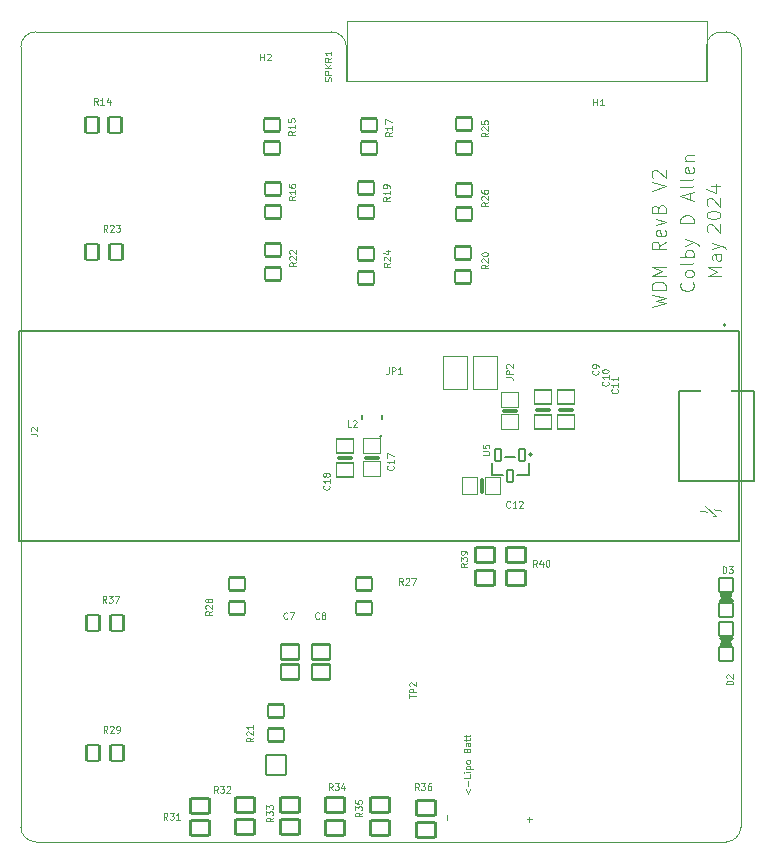
<source format=gbr>
%TF.GenerationSoftware,KiCad,Pcbnew,8.0.1*%
%TF.CreationDate,2025-01-16T17:49:12-07:00*%
%TF.ProjectId,WDM_RevB_v3,57444d5f-5265-4764-925f-76332e6b6963,rev?*%
%TF.SameCoordinates,Original*%
%TF.FileFunction,Legend,Top*%
%TF.FilePolarity,Positive*%
%FSLAX46Y46*%
G04 Gerber Fmt 4.6, Leading zero omitted, Abs format (unit mm)*
G04 Created by KiCad (PCBNEW 8.0.1) date 2025-01-16 17:49:12*
%MOMM*%
%LPD*%
G01*
G04 APERTURE LIST*
G04 Aperture macros list*
%AMRoundRect*
0 Rectangle with rounded corners*
0 $1 Rounding radius*
0 $2 $3 $4 $5 $6 $7 $8 $9 X,Y pos of 4 corners*
0 Add a 4 corners polygon primitive as box body*
4,1,4,$2,$3,$4,$5,$6,$7,$8,$9,$2,$3,0*
0 Add four circle primitives for the rounded corners*
1,1,$1+$1,$2,$3*
1,1,$1+$1,$4,$5*
1,1,$1+$1,$6,$7*
1,1,$1+$1,$8,$9*
0 Add four rect primitives between the rounded corners*
20,1,$1+$1,$2,$3,$4,$5,0*
20,1,$1+$1,$4,$5,$6,$7,0*
20,1,$1+$1,$6,$7,$8,$9,0*
20,1,$1+$1,$8,$9,$2,$3,0*%
G04 Aperture macros list end*
%ADD10C,0.101600*%
%ADD11C,0.054864*%
%ADD12C,0.000000*%
%ADD13C,0.150000*%
%ADD14C,0.100000*%
%ADD15C,0.200000*%
%ADD16C,0.152400*%
%ADD17C,0.120000*%
%ADD18C,0.304800*%
%ADD19RoundRect,0.101600X-0.700000X0.550000X-0.700000X-0.550000X0.700000X-0.550000X0.700000X0.550000X0*%
%ADD20C,2.100000*%
%ADD21C,1.600000*%
%ADD22C,1.803200*%
%ADD23C,1.650000*%
%ADD24RoundRect,0.101600X-0.800000X0.650000X-0.800000X-0.650000X0.800000X-0.650000X0.800000X0.650000X0*%
%ADD25RoundRect,0.101600X0.265000X0.504998X-0.265000X0.504998X-0.265000X-0.504998X0.265000X-0.504998X0*%
%ADD26RoundRect,0.101600X0.800000X-0.650000X0.800000X0.650000X-0.800000X0.650000X-0.800000X-0.650000X0*%
%ADD27RoundRect,0.101600X-0.550000X-0.700000X0.550000X-0.700000X0.550000X0.700000X-0.550000X0.700000X0*%
%ADD28RoundRect,0.101600X-0.750000X0.650000X-0.750000X-0.650000X0.750000X-0.650000X0.750000X0.650000X0*%
%ADD29RoundRect,0.736600X0.000010X0.000010X-0.000010X0.000010X-0.000010X-0.000010X0.000010X-0.000010X0*%
%ADD30RoundRect,0.050800X0.600000X0.600000X-0.600000X0.600000X-0.600000X-0.600000X0.600000X-0.600000X0*%
%ADD31R,1.500000X1.000000*%
%ADD32R,1.399200X0.752400*%
%ADD33RoundRect,0.050800X-0.750000X0.600000X-0.750000X-0.600000X0.750000X-0.600000X0.750000X0.600000X0*%
%ADD34RoundRect,0.050800X-0.750000X0.650000X-0.750000X-0.650000X0.750000X-0.650000X0.750000X0.650000X0*%
%ADD35RoundRect,0.050800X-0.600000X-0.600000X0.600000X-0.600000X0.600000X0.600000X-0.600000X0.600000X0*%
%ADD36RoundRect,0.050800X-0.650000X-0.750000X0.650000X-0.750000X0.650000X0.750000X-0.650000X0.750000X0*%
%ADD37RoundRect,0.102000X-0.825000X-0.825000X0.825000X-0.825000X0.825000X0.825000X-0.825000X0.825000X0*%
%ADD38C,1.854000*%
%ADD39O,3.204000X6.204000*%
%ADD40C,2.082800*%
%ADD41C,1.100000*%
%ADD42O,2.620000X1.412000*%
%ADD43O,2.000000X1.000000*%
%ADD44O,2.204000X1.204000*%
%ADD45C,1.009600*%
%ADD46C,0.900000*%
%TA.AperFunction,Profile*%
%ADD47C,0.100000*%
%TD*%
G04 APERTURE END LIST*
D10*
X139873872Y-68612484D02*
X141042272Y-68334294D01*
X141042272Y-68334294D02*
X140207700Y-68111741D01*
X140207700Y-68111741D02*
X141042272Y-67889189D01*
X141042272Y-67889189D02*
X139873872Y-67610999D01*
X141042272Y-67165894D02*
X139873872Y-67165894D01*
X139873872Y-67165894D02*
X139873872Y-66887704D01*
X139873872Y-66887704D02*
X139929510Y-66720789D01*
X139929510Y-66720789D02*
X140040786Y-66609513D01*
X140040786Y-66609513D02*
X140152062Y-66553875D01*
X140152062Y-66553875D02*
X140374614Y-66498237D01*
X140374614Y-66498237D02*
X140541529Y-66498237D01*
X140541529Y-66498237D02*
X140764081Y-66553875D01*
X140764081Y-66553875D02*
X140875357Y-66609513D01*
X140875357Y-66609513D02*
X140986634Y-66720789D01*
X140986634Y-66720789D02*
X141042272Y-66887704D01*
X141042272Y-66887704D02*
X141042272Y-67165894D01*
X141042272Y-65997494D02*
X139873872Y-65997494D01*
X139873872Y-65997494D02*
X140708443Y-65608027D01*
X140708443Y-65608027D02*
X139873872Y-65218561D01*
X139873872Y-65218561D02*
X141042272Y-65218561D01*
X141042272Y-63104313D02*
X140485891Y-63493780D01*
X141042272Y-63771970D02*
X139873872Y-63771970D01*
X139873872Y-63771970D02*
X139873872Y-63326865D01*
X139873872Y-63326865D02*
X139929510Y-63215589D01*
X139929510Y-63215589D02*
X139985148Y-63159951D01*
X139985148Y-63159951D02*
X140096424Y-63104313D01*
X140096424Y-63104313D02*
X140263338Y-63104313D01*
X140263338Y-63104313D02*
X140374614Y-63159951D01*
X140374614Y-63159951D02*
X140430253Y-63215589D01*
X140430253Y-63215589D02*
X140485891Y-63326865D01*
X140485891Y-63326865D02*
X140485891Y-63771970D01*
X140986634Y-62158465D02*
X141042272Y-62269741D01*
X141042272Y-62269741D02*
X141042272Y-62492294D01*
X141042272Y-62492294D02*
X140986634Y-62603570D01*
X140986634Y-62603570D02*
X140875357Y-62659208D01*
X140875357Y-62659208D02*
X140430253Y-62659208D01*
X140430253Y-62659208D02*
X140318976Y-62603570D01*
X140318976Y-62603570D02*
X140263338Y-62492294D01*
X140263338Y-62492294D02*
X140263338Y-62269741D01*
X140263338Y-62269741D02*
X140318976Y-62158465D01*
X140318976Y-62158465D02*
X140430253Y-62102827D01*
X140430253Y-62102827D02*
X140541529Y-62102827D01*
X140541529Y-62102827D02*
X140652805Y-62659208D01*
X140263338Y-61713360D02*
X141042272Y-61435170D01*
X141042272Y-61435170D02*
X140263338Y-61156979D01*
X140430253Y-60322407D02*
X140485891Y-60155493D01*
X140485891Y-60155493D02*
X140541529Y-60099855D01*
X140541529Y-60099855D02*
X140652805Y-60044217D01*
X140652805Y-60044217D02*
X140819719Y-60044217D01*
X140819719Y-60044217D02*
X140930995Y-60099855D01*
X140930995Y-60099855D02*
X140986634Y-60155493D01*
X140986634Y-60155493D02*
X141042272Y-60266769D01*
X141042272Y-60266769D02*
X141042272Y-60711874D01*
X141042272Y-60711874D02*
X139873872Y-60711874D01*
X139873872Y-60711874D02*
X139873872Y-60322407D01*
X139873872Y-60322407D02*
X139929510Y-60211131D01*
X139929510Y-60211131D02*
X139985148Y-60155493D01*
X139985148Y-60155493D02*
X140096424Y-60099855D01*
X140096424Y-60099855D02*
X140207700Y-60099855D01*
X140207700Y-60099855D02*
X140318976Y-60155493D01*
X140318976Y-60155493D02*
X140374614Y-60211131D01*
X140374614Y-60211131D02*
X140430253Y-60322407D01*
X140430253Y-60322407D02*
X140430253Y-60711874D01*
X139873872Y-58820178D02*
X141042272Y-58430712D01*
X141042272Y-58430712D02*
X139873872Y-58041245D01*
X139985148Y-57707416D02*
X139929510Y-57651778D01*
X139929510Y-57651778D02*
X139873872Y-57540502D01*
X139873872Y-57540502D02*
X139873872Y-57262311D01*
X139873872Y-57262311D02*
X139929510Y-57151035D01*
X139929510Y-57151035D02*
X139985148Y-57095397D01*
X139985148Y-57095397D02*
X140096424Y-57039759D01*
X140096424Y-57039759D02*
X140207700Y-57039759D01*
X140207700Y-57039759D02*
X140374614Y-57095397D01*
X140374614Y-57095397D02*
X141042272Y-57763054D01*
X141042272Y-57763054D02*
X141042272Y-57039759D01*
D11*
X124142340Y-109441970D02*
X124300836Y-109864626D01*
X124300836Y-109864626D02*
X124459332Y-109441970D01*
X124300836Y-109177810D02*
X124300836Y-108755154D01*
X124512164Y-108226834D02*
X124512164Y-108490994D01*
X124512164Y-108490994D02*
X123957428Y-108490994D01*
X124512164Y-108041922D02*
X124142340Y-108041922D01*
X123957428Y-108041922D02*
X123983844Y-108068338D01*
X123983844Y-108068338D02*
X124010260Y-108041922D01*
X124010260Y-108041922D02*
X123983844Y-108015506D01*
X123983844Y-108015506D02*
X123957428Y-108041922D01*
X123957428Y-108041922D02*
X124010260Y-108041922D01*
X124142340Y-107777762D02*
X124697076Y-107777762D01*
X124168756Y-107777762D02*
X124142340Y-107724930D01*
X124142340Y-107724930D02*
X124142340Y-107619266D01*
X124142340Y-107619266D02*
X124168756Y-107566434D01*
X124168756Y-107566434D02*
X124195172Y-107540018D01*
X124195172Y-107540018D02*
X124248004Y-107513602D01*
X124248004Y-107513602D02*
X124406500Y-107513602D01*
X124406500Y-107513602D02*
X124459332Y-107540018D01*
X124459332Y-107540018D02*
X124485748Y-107566434D01*
X124485748Y-107566434D02*
X124512164Y-107619266D01*
X124512164Y-107619266D02*
X124512164Y-107724930D01*
X124512164Y-107724930D02*
X124485748Y-107777762D01*
X124512164Y-107196610D02*
X124485748Y-107249442D01*
X124485748Y-107249442D02*
X124459332Y-107275858D01*
X124459332Y-107275858D02*
X124406500Y-107302274D01*
X124406500Y-107302274D02*
X124248004Y-107302274D01*
X124248004Y-107302274D02*
X124195172Y-107275858D01*
X124195172Y-107275858D02*
X124168756Y-107249442D01*
X124168756Y-107249442D02*
X124142340Y-107196610D01*
X124142340Y-107196610D02*
X124142340Y-107117362D01*
X124142340Y-107117362D02*
X124168756Y-107064530D01*
X124168756Y-107064530D02*
X124195172Y-107038114D01*
X124195172Y-107038114D02*
X124248004Y-107011698D01*
X124248004Y-107011698D02*
X124406500Y-107011698D01*
X124406500Y-107011698D02*
X124459332Y-107038114D01*
X124459332Y-107038114D02*
X124485748Y-107064530D01*
X124485748Y-107064530D02*
X124512164Y-107117362D01*
X124512164Y-107117362D02*
X124512164Y-107196610D01*
X124221588Y-106166386D02*
X124248004Y-106087138D01*
X124248004Y-106087138D02*
X124274420Y-106060722D01*
X124274420Y-106060722D02*
X124327252Y-106034306D01*
X124327252Y-106034306D02*
X124406500Y-106034306D01*
X124406500Y-106034306D02*
X124459332Y-106060722D01*
X124459332Y-106060722D02*
X124485748Y-106087138D01*
X124485748Y-106087138D02*
X124512164Y-106139970D01*
X124512164Y-106139970D02*
X124512164Y-106351298D01*
X124512164Y-106351298D02*
X123957428Y-106351298D01*
X123957428Y-106351298D02*
X123957428Y-106166386D01*
X123957428Y-106166386D02*
X123983844Y-106113554D01*
X123983844Y-106113554D02*
X124010260Y-106087138D01*
X124010260Y-106087138D02*
X124063092Y-106060722D01*
X124063092Y-106060722D02*
X124115924Y-106060722D01*
X124115924Y-106060722D02*
X124168756Y-106087138D01*
X124168756Y-106087138D02*
X124195172Y-106113554D01*
X124195172Y-106113554D02*
X124221588Y-106166386D01*
X124221588Y-106166386D02*
X124221588Y-106351298D01*
X124512164Y-105558818D02*
X124221588Y-105558818D01*
X124221588Y-105558818D02*
X124168756Y-105585234D01*
X124168756Y-105585234D02*
X124142340Y-105638066D01*
X124142340Y-105638066D02*
X124142340Y-105743730D01*
X124142340Y-105743730D02*
X124168756Y-105796562D01*
X124485748Y-105558818D02*
X124512164Y-105611650D01*
X124512164Y-105611650D02*
X124512164Y-105743730D01*
X124512164Y-105743730D02*
X124485748Y-105796562D01*
X124485748Y-105796562D02*
X124432916Y-105822978D01*
X124432916Y-105822978D02*
X124380084Y-105822978D01*
X124380084Y-105822978D02*
X124327252Y-105796562D01*
X124327252Y-105796562D02*
X124300836Y-105743730D01*
X124300836Y-105743730D02*
X124300836Y-105611650D01*
X124300836Y-105611650D02*
X124274420Y-105558818D01*
X124142340Y-105373906D02*
X124142340Y-105162578D01*
X123957428Y-105294658D02*
X124432916Y-105294658D01*
X124432916Y-105294658D02*
X124485748Y-105268242D01*
X124485748Y-105268242D02*
X124512164Y-105215410D01*
X124512164Y-105215410D02*
X124512164Y-105162578D01*
X124142340Y-105056914D02*
X124142340Y-104845586D01*
X123957428Y-104977666D02*
X124432916Y-104977666D01*
X124432916Y-104977666D02*
X124485748Y-104951250D01*
X124485748Y-104951250D02*
X124512164Y-104898418D01*
X124512164Y-104898418D02*
X124512164Y-104845586D01*
X129478476Y-112239067D02*
X129478476Y-111816411D01*
X129689804Y-112027739D02*
X129267148Y-112027739D01*
D10*
X145766672Y-66037408D02*
X144598272Y-66037408D01*
X144598272Y-66037408D02*
X145432843Y-65647941D01*
X145432843Y-65647941D02*
X144598272Y-65258475D01*
X144598272Y-65258475D02*
X145766672Y-65258475D01*
X145766672Y-64201351D02*
X145154653Y-64201351D01*
X145154653Y-64201351D02*
X145043376Y-64256989D01*
X145043376Y-64256989D02*
X144987738Y-64368265D01*
X144987738Y-64368265D02*
X144987738Y-64590818D01*
X144987738Y-64590818D02*
X145043376Y-64702094D01*
X145711034Y-64201351D02*
X145766672Y-64312627D01*
X145766672Y-64312627D02*
X145766672Y-64590818D01*
X145766672Y-64590818D02*
X145711034Y-64702094D01*
X145711034Y-64702094D02*
X145599757Y-64757732D01*
X145599757Y-64757732D02*
X145488481Y-64757732D01*
X145488481Y-64757732D02*
X145377205Y-64702094D01*
X145377205Y-64702094D02*
X145321567Y-64590818D01*
X145321567Y-64590818D02*
X145321567Y-64312627D01*
X145321567Y-64312627D02*
X145265929Y-64201351D01*
X144987738Y-63756246D02*
X145766672Y-63478056D01*
X144987738Y-63199865D02*
X145766672Y-63478056D01*
X145766672Y-63478056D02*
X146044862Y-63589332D01*
X146044862Y-63589332D02*
X146100500Y-63644970D01*
X146100500Y-63644970D02*
X146156138Y-63756246D01*
X143342536Y-66563551D02*
X143398175Y-66619189D01*
X143398175Y-66619189D02*
X143453813Y-66786103D01*
X143453813Y-66786103D02*
X143453813Y-66897379D01*
X143453813Y-66897379D02*
X143398175Y-67064294D01*
X143398175Y-67064294D02*
X143286898Y-67175570D01*
X143286898Y-67175570D02*
X143175622Y-67231208D01*
X143175622Y-67231208D02*
X142953070Y-67286846D01*
X142953070Y-67286846D02*
X142786155Y-67286846D01*
X142786155Y-67286846D02*
X142563603Y-67231208D01*
X142563603Y-67231208D02*
X142452327Y-67175570D01*
X142452327Y-67175570D02*
X142341051Y-67064294D01*
X142341051Y-67064294D02*
X142285413Y-66897379D01*
X142285413Y-66897379D02*
X142285413Y-66786103D01*
X142285413Y-66786103D02*
X142341051Y-66619189D01*
X142341051Y-66619189D02*
X142396689Y-66563551D01*
X143453813Y-65895894D02*
X143398175Y-66007170D01*
X143398175Y-66007170D02*
X143342536Y-66062808D01*
X143342536Y-66062808D02*
X143231260Y-66118446D01*
X143231260Y-66118446D02*
X142897432Y-66118446D01*
X142897432Y-66118446D02*
X142786155Y-66062808D01*
X142786155Y-66062808D02*
X142730517Y-66007170D01*
X142730517Y-66007170D02*
X142674879Y-65895894D01*
X142674879Y-65895894D02*
X142674879Y-65728979D01*
X142674879Y-65728979D02*
X142730517Y-65617703D01*
X142730517Y-65617703D02*
X142786155Y-65562065D01*
X142786155Y-65562065D02*
X142897432Y-65506427D01*
X142897432Y-65506427D02*
X143231260Y-65506427D01*
X143231260Y-65506427D02*
X143342536Y-65562065D01*
X143342536Y-65562065D02*
X143398175Y-65617703D01*
X143398175Y-65617703D02*
X143453813Y-65728979D01*
X143453813Y-65728979D02*
X143453813Y-65895894D01*
X143453813Y-64838770D02*
X143398175Y-64950046D01*
X143398175Y-64950046D02*
X143286898Y-65005684D01*
X143286898Y-65005684D02*
X142285413Y-65005684D01*
X143453813Y-64393665D02*
X142285413Y-64393665D01*
X142730517Y-64393665D02*
X142674879Y-64282389D01*
X142674879Y-64282389D02*
X142674879Y-64059836D01*
X142674879Y-64059836D02*
X142730517Y-63948560D01*
X142730517Y-63948560D02*
X142786155Y-63892922D01*
X142786155Y-63892922D02*
X142897432Y-63837284D01*
X142897432Y-63837284D02*
X143231260Y-63837284D01*
X143231260Y-63837284D02*
X143342536Y-63892922D01*
X143342536Y-63892922D02*
X143398175Y-63948560D01*
X143398175Y-63948560D02*
X143453813Y-64059836D01*
X143453813Y-64059836D02*
X143453813Y-64282389D01*
X143453813Y-64282389D02*
X143398175Y-64393665D01*
X142674879Y-63447817D02*
X143453813Y-63169627D01*
X142674879Y-62891436D02*
X143453813Y-63169627D01*
X143453813Y-63169627D02*
X143732003Y-63280903D01*
X143732003Y-63280903D02*
X143787641Y-63336541D01*
X143787641Y-63336541D02*
X143843279Y-63447817D01*
X143453813Y-61556121D02*
X142285413Y-61556121D01*
X142285413Y-61556121D02*
X142285413Y-61277931D01*
X142285413Y-61277931D02*
X142341051Y-61111016D01*
X142341051Y-61111016D02*
X142452327Y-60999740D01*
X142452327Y-60999740D02*
X142563603Y-60944102D01*
X142563603Y-60944102D02*
X142786155Y-60888464D01*
X142786155Y-60888464D02*
X142953070Y-60888464D01*
X142953070Y-60888464D02*
X143175622Y-60944102D01*
X143175622Y-60944102D02*
X143286898Y-60999740D01*
X143286898Y-60999740D02*
X143398175Y-61111016D01*
X143398175Y-61111016D02*
X143453813Y-61277931D01*
X143453813Y-61277931D02*
X143453813Y-61556121D01*
X143119984Y-59553149D02*
X143119984Y-58996768D01*
X143453813Y-59664425D02*
X142285413Y-59274959D01*
X142285413Y-59274959D02*
X143453813Y-58885492D01*
X143453813Y-58329111D02*
X143398175Y-58440387D01*
X143398175Y-58440387D02*
X143286898Y-58496025D01*
X143286898Y-58496025D02*
X142285413Y-58496025D01*
X143453813Y-57717092D02*
X143398175Y-57828368D01*
X143398175Y-57828368D02*
X143286898Y-57884006D01*
X143286898Y-57884006D02*
X142285413Y-57884006D01*
X143398175Y-56826882D02*
X143453813Y-56938158D01*
X143453813Y-56938158D02*
X143453813Y-57160711D01*
X143453813Y-57160711D02*
X143398175Y-57271987D01*
X143398175Y-57271987D02*
X143286898Y-57327625D01*
X143286898Y-57327625D02*
X142841794Y-57327625D01*
X142841794Y-57327625D02*
X142730517Y-57271987D01*
X142730517Y-57271987D02*
X142674879Y-57160711D01*
X142674879Y-57160711D02*
X142674879Y-56938158D01*
X142674879Y-56938158D02*
X142730517Y-56826882D01*
X142730517Y-56826882D02*
X142841794Y-56771244D01*
X142841794Y-56771244D02*
X142953070Y-56771244D01*
X142953070Y-56771244D02*
X143064346Y-57327625D01*
X142674879Y-56270501D02*
X143453813Y-56270501D01*
X142786155Y-56270501D02*
X142730517Y-56214863D01*
X142730517Y-56214863D02*
X142674879Y-56103587D01*
X142674879Y-56103587D02*
X142674879Y-55936672D01*
X142674879Y-55936672D02*
X142730517Y-55825396D01*
X142730517Y-55825396D02*
X142841794Y-55769758D01*
X142841794Y-55769758D02*
X143453813Y-55769758D01*
X144633348Y-62308446D02*
X144577710Y-62252808D01*
X144577710Y-62252808D02*
X144522072Y-62141532D01*
X144522072Y-62141532D02*
X144522072Y-61863341D01*
X144522072Y-61863341D02*
X144577710Y-61752065D01*
X144577710Y-61752065D02*
X144633348Y-61696427D01*
X144633348Y-61696427D02*
X144744624Y-61640789D01*
X144744624Y-61640789D02*
X144855900Y-61640789D01*
X144855900Y-61640789D02*
X145022814Y-61696427D01*
X145022814Y-61696427D02*
X145690472Y-62364084D01*
X145690472Y-62364084D02*
X145690472Y-61640789D01*
X144522072Y-60917494D02*
X144522072Y-60806217D01*
X144522072Y-60806217D02*
X144577710Y-60694941D01*
X144577710Y-60694941D02*
X144633348Y-60639303D01*
X144633348Y-60639303D02*
X144744624Y-60583665D01*
X144744624Y-60583665D02*
X144967176Y-60528027D01*
X144967176Y-60528027D02*
X145245367Y-60528027D01*
X145245367Y-60528027D02*
X145467919Y-60583665D01*
X145467919Y-60583665D02*
X145579195Y-60639303D01*
X145579195Y-60639303D02*
X145634834Y-60694941D01*
X145634834Y-60694941D02*
X145690472Y-60806217D01*
X145690472Y-60806217D02*
X145690472Y-60917494D01*
X145690472Y-60917494D02*
X145634834Y-61028770D01*
X145634834Y-61028770D02*
X145579195Y-61084408D01*
X145579195Y-61084408D02*
X145467919Y-61140046D01*
X145467919Y-61140046D02*
X145245367Y-61195684D01*
X145245367Y-61195684D02*
X144967176Y-61195684D01*
X144967176Y-61195684D02*
X144744624Y-61140046D01*
X144744624Y-61140046D02*
X144633348Y-61084408D01*
X144633348Y-61084408D02*
X144577710Y-61028770D01*
X144577710Y-61028770D02*
X144522072Y-60917494D01*
X144633348Y-60082922D02*
X144577710Y-60027284D01*
X144577710Y-60027284D02*
X144522072Y-59916008D01*
X144522072Y-59916008D02*
X144522072Y-59637817D01*
X144522072Y-59637817D02*
X144577710Y-59526541D01*
X144577710Y-59526541D02*
X144633348Y-59470903D01*
X144633348Y-59470903D02*
X144744624Y-59415265D01*
X144744624Y-59415265D02*
X144855900Y-59415265D01*
X144855900Y-59415265D02*
X145022814Y-59470903D01*
X145022814Y-59470903D02*
X145690472Y-60138560D01*
X145690472Y-60138560D02*
X145690472Y-59415265D01*
X144911538Y-58413779D02*
X145690472Y-58413779D01*
X144466434Y-58691970D02*
X145301005Y-58970160D01*
X145301005Y-58970160D02*
X145301005Y-58246865D01*
D11*
X122493476Y-112112067D02*
X122493476Y-111689411D01*
X126006804Y-65066239D02*
X125742644Y-65251151D01*
X126006804Y-65383231D02*
X125452068Y-65383231D01*
X125452068Y-65383231D02*
X125452068Y-65171903D01*
X125452068Y-65171903D02*
X125478484Y-65119071D01*
X125478484Y-65119071D02*
X125504900Y-65092655D01*
X125504900Y-65092655D02*
X125557732Y-65066239D01*
X125557732Y-65066239D02*
X125636980Y-65066239D01*
X125636980Y-65066239D02*
X125689812Y-65092655D01*
X125689812Y-65092655D02*
X125716228Y-65119071D01*
X125716228Y-65119071D02*
X125742644Y-65171903D01*
X125742644Y-65171903D02*
X125742644Y-65383231D01*
X125504900Y-64854911D02*
X125478484Y-64828495D01*
X125478484Y-64828495D02*
X125452068Y-64775663D01*
X125452068Y-64775663D02*
X125452068Y-64643583D01*
X125452068Y-64643583D02*
X125478484Y-64590751D01*
X125478484Y-64590751D02*
X125504900Y-64564335D01*
X125504900Y-64564335D02*
X125557732Y-64537919D01*
X125557732Y-64537919D02*
X125610564Y-64537919D01*
X125610564Y-64537919D02*
X125689812Y-64564335D01*
X125689812Y-64564335D02*
X126006804Y-64881327D01*
X126006804Y-64881327D02*
X126006804Y-64537919D01*
X125452068Y-64194511D02*
X125452068Y-64141679D01*
X125452068Y-64141679D02*
X125478484Y-64088847D01*
X125478484Y-64088847D02*
X125504900Y-64062431D01*
X125504900Y-64062431D02*
X125557732Y-64036015D01*
X125557732Y-64036015D02*
X125663396Y-64009599D01*
X125663396Y-64009599D02*
X125795476Y-64009599D01*
X125795476Y-64009599D02*
X125901140Y-64036015D01*
X125901140Y-64036015D02*
X125953972Y-64062431D01*
X125953972Y-64062431D02*
X125980388Y-64088847D01*
X125980388Y-64088847D02*
X126006804Y-64141679D01*
X126006804Y-64141679D02*
X126006804Y-64194511D01*
X126006804Y-64194511D02*
X125980388Y-64247343D01*
X125980388Y-64247343D02*
X125953972Y-64273759D01*
X125953972Y-64273759D02*
X125901140Y-64300175D01*
X125901140Y-64300175D02*
X125795476Y-64326591D01*
X125795476Y-64326591D02*
X125663396Y-64326591D01*
X125663396Y-64326591D02*
X125557732Y-64300175D01*
X125557732Y-64300175D02*
X125504900Y-64273759D01*
X125504900Y-64273759D02*
X125478484Y-64247343D01*
X125478484Y-64247343D02*
X125452068Y-64194511D01*
X134925890Y-51574020D02*
X134925890Y-51019284D01*
X134925890Y-51283444D02*
X135242882Y-51283444D01*
X135242882Y-51574020D02*
X135242882Y-51019284D01*
X135797618Y-51574020D02*
X135480626Y-51574020D01*
X135639122Y-51574020D02*
X135639122Y-51019284D01*
X135639122Y-51019284D02*
X135586290Y-51098532D01*
X135586290Y-51098532D02*
X135533458Y-51151364D01*
X135533458Y-51151364D02*
X135480626Y-51177780D01*
X117726404Y-64913839D02*
X117462244Y-65098751D01*
X117726404Y-65230831D02*
X117171668Y-65230831D01*
X117171668Y-65230831D02*
X117171668Y-65019503D01*
X117171668Y-65019503D02*
X117198084Y-64966671D01*
X117198084Y-64966671D02*
X117224500Y-64940255D01*
X117224500Y-64940255D02*
X117277332Y-64913839D01*
X117277332Y-64913839D02*
X117356580Y-64913839D01*
X117356580Y-64913839D02*
X117409412Y-64940255D01*
X117409412Y-64940255D02*
X117435828Y-64966671D01*
X117435828Y-64966671D02*
X117462244Y-65019503D01*
X117462244Y-65019503D02*
X117462244Y-65230831D01*
X117224500Y-64702511D02*
X117198084Y-64676095D01*
X117198084Y-64676095D02*
X117171668Y-64623263D01*
X117171668Y-64623263D02*
X117171668Y-64491183D01*
X117171668Y-64491183D02*
X117198084Y-64438351D01*
X117198084Y-64438351D02*
X117224500Y-64411935D01*
X117224500Y-64411935D02*
X117277332Y-64385519D01*
X117277332Y-64385519D02*
X117330164Y-64385519D01*
X117330164Y-64385519D02*
X117409412Y-64411935D01*
X117409412Y-64411935D02*
X117726404Y-64728927D01*
X117726404Y-64728927D02*
X117726404Y-64385519D01*
X117356580Y-63910031D02*
X117726404Y-63910031D01*
X117145252Y-64042111D02*
X117541492Y-64174191D01*
X117541492Y-64174191D02*
X117541492Y-63830783D01*
X109649204Y-53737839D02*
X109385044Y-53922751D01*
X109649204Y-54054831D02*
X109094468Y-54054831D01*
X109094468Y-54054831D02*
X109094468Y-53843503D01*
X109094468Y-53843503D02*
X109120884Y-53790671D01*
X109120884Y-53790671D02*
X109147300Y-53764255D01*
X109147300Y-53764255D02*
X109200132Y-53737839D01*
X109200132Y-53737839D02*
X109279380Y-53737839D01*
X109279380Y-53737839D02*
X109332212Y-53764255D01*
X109332212Y-53764255D02*
X109358628Y-53790671D01*
X109358628Y-53790671D02*
X109385044Y-53843503D01*
X109385044Y-53843503D02*
X109385044Y-54054831D01*
X109649204Y-53209519D02*
X109649204Y-53526511D01*
X109649204Y-53368015D02*
X109094468Y-53368015D01*
X109094468Y-53368015D02*
X109173716Y-53420847D01*
X109173716Y-53420847D02*
X109226548Y-53473679D01*
X109226548Y-53473679D02*
X109252964Y-53526511D01*
X109094468Y-52707615D02*
X109094468Y-52971775D01*
X109094468Y-52971775D02*
X109358628Y-52998191D01*
X109358628Y-52998191D02*
X109332212Y-52971775D01*
X109332212Y-52971775D02*
X109305796Y-52918943D01*
X109305796Y-52918943D02*
X109305796Y-52786863D01*
X109305796Y-52786863D02*
X109332212Y-52734031D01*
X109332212Y-52734031D02*
X109358628Y-52707615D01*
X109358628Y-52707615D02*
X109411460Y-52681199D01*
X109411460Y-52681199D02*
X109543540Y-52681199D01*
X109543540Y-52681199D02*
X109596372Y-52707615D01*
X109596372Y-52707615D02*
X109622788Y-52734031D01*
X109622788Y-52734031D02*
X109649204Y-52786863D01*
X109649204Y-52786863D02*
X109649204Y-52918943D01*
X109649204Y-52918943D02*
X109622788Y-52971775D01*
X109622788Y-52971775D02*
X109596372Y-52998191D01*
X87301268Y-79390771D02*
X87697508Y-79390771D01*
X87697508Y-79390771D02*
X87776756Y-79417187D01*
X87776756Y-79417187D02*
X87829588Y-79470019D01*
X87829588Y-79470019D02*
X87856004Y-79549267D01*
X87856004Y-79549267D02*
X87856004Y-79602099D01*
X87354100Y-79153027D02*
X87327684Y-79126611D01*
X87327684Y-79126611D02*
X87301268Y-79073779D01*
X87301268Y-79073779D02*
X87301268Y-78941699D01*
X87301268Y-78941699D02*
X87327684Y-78888867D01*
X87327684Y-78888867D02*
X87354100Y-78862451D01*
X87354100Y-78862451D02*
X87406932Y-78836035D01*
X87406932Y-78836035D02*
X87459764Y-78836035D01*
X87459764Y-78836035D02*
X87539012Y-78862451D01*
X87539012Y-78862451D02*
X87856004Y-79179443D01*
X87856004Y-79179443D02*
X87856004Y-78836035D01*
X107806891Y-111870323D02*
X107542731Y-112055235D01*
X107806891Y-112187315D02*
X107252155Y-112187315D01*
X107252155Y-112187315D02*
X107252155Y-111975987D01*
X107252155Y-111975987D02*
X107278571Y-111923155D01*
X107278571Y-111923155D02*
X107304987Y-111896739D01*
X107304987Y-111896739D02*
X107357819Y-111870323D01*
X107357819Y-111870323D02*
X107437067Y-111870323D01*
X107437067Y-111870323D02*
X107489899Y-111896739D01*
X107489899Y-111896739D02*
X107516315Y-111923155D01*
X107516315Y-111923155D02*
X107542731Y-111975987D01*
X107542731Y-111975987D02*
X107542731Y-112187315D01*
X107252155Y-111685411D02*
X107252155Y-111342003D01*
X107252155Y-111342003D02*
X107463483Y-111526915D01*
X107463483Y-111526915D02*
X107463483Y-111447667D01*
X107463483Y-111447667D02*
X107489899Y-111394835D01*
X107489899Y-111394835D02*
X107516315Y-111368419D01*
X107516315Y-111368419D02*
X107569147Y-111342003D01*
X107569147Y-111342003D02*
X107701227Y-111342003D01*
X107701227Y-111342003D02*
X107754059Y-111368419D01*
X107754059Y-111368419D02*
X107780475Y-111394835D01*
X107780475Y-111394835D02*
X107806891Y-111447667D01*
X107806891Y-111447667D02*
X107806891Y-111606163D01*
X107806891Y-111606163D02*
X107780475Y-111658995D01*
X107780475Y-111658995D02*
X107754059Y-111685411D01*
X107252155Y-111157091D02*
X107252155Y-110813683D01*
X107252155Y-110813683D02*
X107463483Y-110998595D01*
X107463483Y-110998595D02*
X107463483Y-110919347D01*
X107463483Y-110919347D02*
X107489899Y-110866515D01*
X107489899Y-110866515D02*
X107516315Y-110840099D01*
X107516315Y-110840099D02*
X107569147Y-110813683D01*
X107569147Y-110813683D02*
X107701227Y-110813683D01*
X107701227Y-110813683D02*
X107754059Y-110840099D01*
X107754059Y-110840099D02*
X107780475Y-110866515D01*
X107780475Y-110866515D02*
X107806891Y-110919347D01*
X107806891Y-110919347D02*
X107806891Y-111077843D01*
X107806891Y-111077843D02*
X107780475Y-111130675D01*
X107780475Y-111130675D02*
X107754059Y-111157091D01*
X120154748Y-109542499D02*
X119969836Y-109278339D01*
X119837756Y-109542499D02*
X119837756Y-108987763D01*
X119837756Y-108987763D02*
X120049084Y-108987763D01*
X120049084Y-108987763D02*
X120101916Y-109014179D01*
X120101916Y-109014179D02*
X120128332Y-109040595D01*
X120128332Y-109040595D02*
X120154748Y-109093427D01*
X120154748Y-109093427D02*
X120154748Y-109172675D01*
X120154748Y-109172675D02*
X120128332Y-109225507D01*
X120128332Y-109225507D02*
X120101916Y-109251923D01*
X120101916Y-109251923D02*
X120049084Y-109278339D01*
X120049084Y-109278339D02*
X119837756Y-109278339D01*
X120339660Y-108987763D02*
X120683068Y-108987763D01*
X120683068Y-108987763D02*
X120498156Y-109199091D01*
X120498156Y-109199091D02*
X120577404Y-109199091D01*
X120577404Y-109199091D02*
X120630236Y-109225507D01*
X120630236Y-109225507D02*
X120656652Y-109251923D01*
X120656652Y-109251923D02*
X120683068Y-109304755D01*
X120683068Y-109304755D02*
X120683068Y-109436835D01*
X120683068Y-109436835D02*
X120656652Y-109489667D01*
X120656652Y-109489667D02*
X120630236Y-109516083D01*
X120630236Y-109516083D02*
X120577404Y-109542499D01*
X120577404Y-109542499D02*
X120418908Y-109542499D01*
X120418908Y-109542499D02*
X120366076Y-109516083D01*
X120366076Y-109516083D02*
X120339660Y-109489667D01*
X121158556Y-108987763D02*
X121052892Y-108987763D01*
X121052892Y-108987763D02*
X121000060Y-109014179D01*
X121000060Y-109014179D02*
X120973644Y-109040595D01*
X120973644Y-109040595D02*
X120920812Y-109119843D01*
X120920812Y-109119843D02*
X120894396Y-109225507D01*
X120894396Y-109225507D02*
X120894396Y-109436835D01*
X120894396Y-109436835D02*
X120920812Y-109489667D01*
X120920812Y-109489667D02*
X120947228Y-109516083D01*
X120947228Y-109516083D02*
X121000060Y-109542499D01*
X121000060Y-109542499D02*
X121105724Y-109542499D01*
X121105724Y-109542499D02*
X121158556Y-109516083D01*
X121158556Y-109516083D02*
X121184972Y-109489667D01*
X121184972Y-109489667D02*
X121211388Y-109436835D01*
X121211388Y-109436835D02*
X121211388Y-109304755D01*
X121211388Y-109304755D02*
X121184972Y-109251923D01*
X121184972Y-109251923D02*
X121158556Y-109225507D01*
X121158556Y-109225507D02*
X121105724Y-109199091D01*
X121105724Y-109199091D02*
X121000060Y-109199091D01*
X121000060Y-109199091D02*
X120947228Y-109225507D01*
X120947228Y-109225507D02*
X120920812Y-109251923D01*
X120920812Y-109251923D02*
X120894396Y-109304755D01*
X125561722Y-81175886D02*
X126010794Y-81175886D01*
X126010794Y-81175886D02*
X126063626Y-81149470D01*
X126063626Y-81149470D02*
X126090042Y-81123054D01*
X126090042Y-81123054D02*
X126116458Y-81070222D01*
X126116458Y-81070222D02*
X126116458Y-80964558D01*
X126116458Y-80964558D02*
X126090042Y-80911726D01*
X126090042Y-80911726D02*
X126063626Y-80885310D01*
X126063626Y-80885310D02*
X126010794Y-80858894D01*
X126010794Y-80858894D02*
X125561722Y-80858894D01*
X125561722Y-80330574D02*
X125561722Y-80594734D01*
X125561722Y-80594734D02*
X125825882Y-80621150D01*
X125825882Y-80621150D02*
X125799466Y-80594734D01*
X125799466Y-80594734D02*
X125773050Y-80541902D01*
X125773050Y-80541902D02*
X125773050Y-80409822D01*
X125773050Y-80409822D02*
X125799466Y-80356990D01*
X125799466Y-80356990D02*
X125825882Y-80330574D01*
X125825882Y-80330574D02*
X125878714Y-80304158D01*
X125878714Y-80304158D02*
X126010794Y-80304158D01*
X126010794Y-80304158D02*
X126063626Y-80330574D01*
X126063626Y-80330574D02*
X126090042Y-80356990D01*
X126090042Y-80356990D02*
X126116458Y-80409822D01*
X126116458Y-80409822D02*
X126116458Y-80541902D01*
X126116458Y-80541902D02*
X126090042Y-80594734D01*
X126090042Y-80594734D02*
X126063626Y-80621150D01*
X126006804Y-53890239D02*
X125742644Y-54075151D01*
X126006804Y-54207231D02*
X125452068Y-54207231D01*
X125452068Y-54207231D02*
X125452068Y-53995903D01*
X125452068Y-53995903D02*
X125478484Y-53943071D01*
X125478484Y-53943071D02*
X125504900Y-53916655D01*
X125504900Y-53916655D02*
X125557732Y-53890239D01*
X125557732Y-53890239D02*
X125636980Y-53890239D01*
X125636980Y-53890239D02*
X125689812Y-53916655D01*
X125689812Y-53916655D02*
X125716228Y-53943071D01*
X125716228Y-53943071D02*
X125742644Y-53995903D01*
X125742644Y-53995903D02*
X125742644Y-54207231D01*
X125504900Y-53678911D02*
X125478484Y-53652495D01*
X125478484Y-53652495D02*
X125452068Y-53599663D01*
X125452068Y-53599663D02*
X125452068Y-53467583D01*
X125452068Y-53467583D02*
X125478484Y-53414751D01*
X125478484Y-53414751D02*
X125504900Y-53388335D01*
X125504900Y-53388335D02*
X125557732Y-53361919D01*
X125557732Y-53361919D02*
X125610564Y-53361919D01*
X125610564Y-53361919D02*
X125689812Y-53388335D01*
X125689812Y-53388335D02*
X126006804Y-53705327D01*
X126006804Y-53705327D02*
X126006804Y-53361919D01*
X125452068Y-52860015D02*
X125452068Y-53124175D01*
X125452068Y-53124175D02*
X125716228Y-53150591D01*
X125716228Y-53150591D02*
X125689812Y-53124175D01*
X125689812Y-53124175D02*
X125663396Y-53071343D01*
X125663396Y-53071343D02*
X125663396Y-52939263D01*
X125663396Y-52939263D02*
X125689812Y-52886431D01*
X125689812Y-52886431D02*
X125716228Y-52860015D01*
X125716228Y-52860015D02*
X125769060Y-52833599D01*
X125769060Y-52833599D02*
X125901140Y-52833599D01*
X125901140Y-52833599D02*
X125953972Y-52860015D01*
X125953972Y-52860015D02*
X125980388Y-52886431D01*
X125980388Y-52886431D02*
X126006804Y-52939263D01*
X126006804Y-52939263D02*
X126006804Y-53071343D01*
X126006804Y-53071343D02*
X125980388Y-53124175D01*
X125980388Y-53124175D02*
X125953972Y-53150591D01*
X126006804Y-59783039D02*
X125742644Y-59967951D01*
X126006804Y-60100031D02*
X125452068Y-60100031D01*
X125452068Y-60100031D02*
X125452068Y-59888703D01*
X125452068Y-59888703D02*
X125478484Y-59835871D01*
X125478484Y-59835871D02*
X125504900Y-59809455D01*
X125504900Y-59809455D02*
X125557732Y-59783039D01*
X125557732Y-59783039D02*
X125636980Y-59783039D01*
X125636980Y-59783039D02*
X125689812Y-59809455D01*
X125689812Y-59809455D02*
X125716228Y-59835871D01*
X125716228Y-59835871D02*
X125742644Y-59888703D01*
X125742644Y-59888703D02*
X125742644Y-60100031D01*
X125504900Y-59571711D02*
X125478484Y-59545295D01*
X125478484Y-59545295D02*
X125452068Y-59492463D01*
X125452068Y-59492463D02*
X125452068Y-59360383D01*
X125452068Y-59360383D02*
X125478484Y-59307551D01*
X125478484Y-59307551D02*
X125504900Y-59281135D01*
X125504900Y-59281135D02*
X125557732Y-59254719D01*
X125557732Y-59254719D02*
X125610564Y-59254719D01*
X125610564Y-59254719D02*
X125689812Y-59281135D01*
X125689812Y-59281135D02*
X126006804Y-59598127D01*
X126006804Y-59598127D02*
X126006804Y-59254719D01*
X125452068Y-58779231D02*
X125452068Y-58884895D01*
X125452068Y-58884895D02*
X125478484Y-58937727D01*
X125478484Y-58937727D02*
X125504900Y-58964143D01*
X125504900Y-58964143D02*
X125584148Y-59016975D01*
X125584148Y-59016975D02*
X125689812Y-59043391D01*
X125689812Y-59043391D02*
X125901140Y-59043391D01*
X125901140Y-59043391D02*
X125953972Y-59016975D01*
X125953972Y-59016975D02*
X125980388Y-58990559D01*
X125980388Y-58990559D02*
X126006804Y-58937727D01*
X126006804Y-58937727D02*
X126006804Y-58832063D01*
X126006804Y-58832063D02*
X125980388Y-58779231D01*
X125980388Y-58779231D02*
X125953972Y-58752815D01*
X125953972Y-58752815D02*
X125901140Y-58726399D01*
X125901140Y-58726399D02*
X125769060Y-58726399D01*
X125769060Y-58726399D02*
X125716228Y-58752815D01*
X125716228Y-58752815D02*
X125689812Y-58779231D01*
X125689812Y-58779231D02*
X125663396Y-58832063D01*
X125663396Y-58832063D02*
X125663396Y-58937727D01*
X125663396Y-58937727D02*
X125689812Y-58990559D01*
X125689812Y-58990559D02*
X125716228Y-59016975D01*
X125716228Y-59016975D02*
X125769060Y-59043391D01*
X124236858Y-90345234D02*
X123972698Y-90530146D01*
X124236858Y-90662226D02*
X123682122Y-90662226D01*
X123682122Y-90662226D02*
X123682122Y-90450898D01*
X123682122Y-90450898D02*
X123708538Y-90398066D01*
X123708538Y-90398066D02*
X123734954Y-90371650D01*
X123734954Y-90371650D02*
X123787786Y-90345234D01*
X123787786Y-90345234D02*
X123867034Y-90345234D01*
X123867034Y-90345234D02*
X123919866Y-90371650D01*
X123919866Y-90371650D02*
X123946282Y-90398066D01*
X123946282Y-90398066D02*
X123972698Y-90450898D01*
X123972698Y-90450898D02*
X123972698Y-90662226D01*
X123682122Y-90160322D02*
X123682122Y-89816914D01*
X123682122Y-89816914D02*
X123893450Y-90001826D01*
X123893450Y-90001826D02*
X123893450Y-89922578D01*
X123893450Y-89922578D02*
X123919866Y-89869746D01*
X123919866Y-89869746D02*
X123946282Y-89843330D01*
X123946282Y-89843330D02*
X123999114Y-89816914D01*
X123999114Y-89816914D02*
X124131194Y-89816914D01*
X124131194Y-89816914D02*
X124184026Y-89843330D01*
X124184026Y-89843330D02*
X124210442Y-89869746D01*
X124210442Y-89869746D02*
X124236858Y-89922578D01*
X124236858Y-89922578D02*
X124236858Y-90081074D01*
X124236858Y-90081074D02*
X124210442Y-90133906D01*
X124210442Y-90133906D02*
X124184026Y-90160322D01*
X124236858Y-89552754D02*
X124236858Y-89447090D01*
X124236858Y-89447090D02*
X124210442Y-89394258D01*
X124210442Y-89394258D02*
X124184026Y-89367842D01*
X124184026Y-89367842D02*
X124104778Y-89315010D01*
X124104778Y-89315010D02*
X123999114Y-89288594D01*
X123999114Y-89288594D02*
X123787786Y-89288594D01*
X123787786Y-89288594D02*
X123734954Y-89315010D01*
X123734954Y-89315010D02*
X123708538Y-89341426D01*
X123708538Y-89341426D02*
X123682122Y-89394258D01*
X123682122Y-89394258D02*
X123682122Y-89499922D01*
X123682122Y-89499922D02*
X123708538Y-89552754D01*
X123708538Y-89552754D02*
X123734954Y-89579170D01*
X123734954Y-89579170D02*
X123787786Y-89605586D01*
X123787786Y-89605586D02*
X123919866Y-89605586D01*
X123919866Y-89605586D02*
X123972698Y-89579170D01*
X123972698Y-89579170D02*
X123999114Y-89552754D01*
X123999114Y-89552754D02*
X124025530Y-89499922D01*
X124025530Y-89499922D02*
X124025530Y-89394258D01*
X124025530Y-89394258D02*
X123999114Y-89341426D01*
X123999114Y-89341426D02*
X123972698Y-89315010D01*
X123972698Y-89315010D02*
X123919866Y-89288594D01*
X92976748Y-51503499D02*
X92791836Y-51239339D01*
X92659756Y-51503499D02*
X92659756Y-50948763D01*
X92659756Y-50948763D02*
X92871084Y-50948763D01*
X92871084Y-50948763D02*
X92923916Y-50975179D01*
X92923916Y-50975179D02*
X92950332Y-51001595D01*
X92950332Y-51001595D02*
X92976748Y-51054427D01*
X92976748Y-51054427D02*
X92976748Y-51133675D01*
X92976748Y-51133675D02*
X92950332Y-51186507D01*
X92950332Y-51186507D02*
X92923916Y-51212923D01*
X92923916Y-51212923D02*
X92871084Y-51239339D01*
X92871084Y-51239339D02*
X92659756Y-51239339D01*
X93505068Y-51503499D02*
X93188076Y-51503499D01*
X93346572Y-51503499D02*
X93346572Y-50948763D01*
X93346572Y-50948763D02*
X93293740Y-51028011D01*
X93293740Y-51028011D02*
X93240908Y-51080843D01*
X93240908Y-51080843D02*
X93188076Y-51107259D01*
X93980556Y-51133675D02*
X93980556Y-51503499D01*
X93848476Y-50922347D02*
X93716396Y-51318587D01*
X93716396Y-51318587D02*
X94059804Y-51318587D01*
X109024468Y-95011667D02*
X108998052Y-95038083D01*
X108998052Y-95038083D02*
X108918804Y-95064499D01*
X108918804Y-95064499D02*
X108865972Y-95064499D01*
X108865972Y-95064499D02*
X108786724Y-95038083D01*
X108786724Y-95038083D02*
X108733892Y-94985251D01*
X108733892Y-94985251D02*
X108707476Y-94932419D01*
X108707476Y-94932419D02*
X108681060Y-94826755D01*
X108681060Y-94826755D02*
X108681060Y-94747507D01*
X108681060Y-94747507D02*
X108707476Y-94641843D01*
X108707476Y-94641843D02*
X108733892Y-94589011D01*
X108733892Y-94589011D02*
X108786724Y-94536179D01*
X108786724Y-94536179D02*
X108865972Y-94509763D01*
X108865972Y-94509763D02*
X108918804Y-94509763D01*
X108918804Y-94509763D02*
X108998052Y-94536179D01*
X108998052Y-94536179D02*
X109024468Y-94562595D01*
X109209380Y-94509763D02*
X109579204Y-94509763D01*
X109579204Y-94509763D02*
X109341460Y-95064499D01*
X130152166Y-90632658D02*
X129967254Y-90368498D01*
X129835174Y-90632658D02*
X129835174Y-90077922D01*
X129835174Y-90077922D02*
X130046502Y-90077922D01*
X130046502Y-90077922D02*
X130099334Y-90104338D01*
X130099334Y-90104338D02*
X130125750Y-90130754D01*
X130125750Y-90130754D02*
X130152166Y-90183586D01*
X130152166Y-90183586D02*
X130152166Y-90262834D01*
X130152166Y-90262834D02*
X130125750Y-90315666D01*
X130125750Y-90315666D02*
X130099334Y-90342082D01*
X130099334Y-90342082D02*
X130046502Y-90368498D01*
X130046502Y-90368498D02*
X129835174Y-90368498D01*
X130627654Y-90262834D02*
X130627654Y-90632658D01*
X130495574Y-90051506D02*
X130363494Y-90447746D01*
X130363494Y-90447746D02*
X130706902Y-90447746D01*
X131023894Y-90077922D02*
X131076726Y-90077922D01*
X131076726Y-90077922D02*
X131129558Y-90104338D01*
X131129558Y-90104338D02*
X131155974Y-90130754D01*
X131155974Y-90130754D02*
X131182390Y-90183586D01*
X131182390Y-90183586D02*
X131208806Y-90289250D01*
X131208806Y-90289250D02*
X131208806Y-90421330D01*
X131208806Y-90421330D02*
X131182390Y-90526994D01*
X131182390Y-90526994D02*
X131155974Y-90579826D01*
X131155974Y-90579826D02*
X131129558Y-90606242D01*
X131129558Y-90606242D02*
X131076726Y-90632658D01*
X131076726Y-90632658D02*
X131023894Y-90632658D01*
X131023894Y-90632658D02*
X130971062Y-90606242D01*
X130971062Y-90606242D02*
X130944646Y-90579826D01*
X130944646Y-90579826D02*
X130918230Y-90526994D01*
X130918230Y-90526994D02*
X130891814Y-90421330D01*
X130891814Y-90421330D02*
X130891814Y-90289250D01*
X130891814Y-90289250D02*
X130918230Y-90183586D01*
X130918230Y-90183586D02*
X130944646Y-90130754D01*
X130944646Y-90130754D02*
X130971062Y-90104338D01*
X130971062Y-90104338D02*
X131023894Y-90077922D01*
X119352763Y-101768174D02*
X119352763Y-101451182D01*
X119907499Y-101609678D02*
X119352763Y-101609678D01*
X119907499Y-101266270D02*
X119352763Y-101266270D01*
X119352763Y-101266270D02*
X119352763Y-101054942D01*
X119352763Y-101054942D02*
X119379179Y-101002110D01*
X119379179Y-101002110D02*
X119405595Y-100975694D01*
X119405595Y-100975694D02*
X119458427Y-100949278D01*
X119458427Y-100949278D02*
X119537675Y-100949278D01*
X119537675Y-100949278D02*
X119590507Y-100975694D01*
X119590507Y-100975694D02*
X119616923Y-101002110D01*
X119616923Y-101002110D02*
X119643339Y-101054942D01*
X119643339Y-101054942D02*
X119643339Y-101266270D01*
X119405595Y-100737950D02*
X119379179Y-100711534D01*
X119379179Y-100711534D02*
X119352763Y-100658702D01*
X119352763Y-100658702D02*
X119352763Y-100526622D01*
X119352763Y-100526622D02*
X119379179Y-100473790D01*
X119379179Y-100473790D02*
X119405595Y-100447374D01*
X119405595Y-100447374D02*
X119458427Y-100420958D01*
X119458427Y-100420958D02*
X119511259Y-100420958D01*
X119511259Y-100420958D02*
X119590507Y-100447374D01*
X119590507Y-100447374D02*
X119907499Y-100764366D01*
X119907499Y-100764366D02*
X119907499Y-100420958D01*
X112846712Y-109542499D02*
X112661800Y-109278339D01*
X112529720Y-109542499D02*
X112529720Y-108987763D01*
X112529720Y-108987763D02*
X112741048Y-108987763D01*
X112741048Y-108987763D02*
X112793880Y-109014179D01*
X112793880Y-109014179D02*
X112820296Y-109040595D01*
X112820296Y-109040595D02*
X112846712Y-109093427D01*
X112846712Y-109093427D02*
X112846712Y-109172675D01*
X112846712Y-109172675D02*
X112820296Y-109225507D01*
X112820296Y-109225507D02*
X112793880Y-109251923D01*
X112793880Y-109251923D02*
X112741048Y-109278339D01*
X112741048Y-109278339D02*
X112529720Y-109278339D01*
X113031624Y-108987763D02*
X113375032Y-108987763D01*
X113375032Y-108987763D02*
X113190120Y-109199091D01*
X113190120Y-109199091D02*
X113269368Y-109199091D01*
X113269368Y-109199091D02*
X113322200Y-109225507D01*
X113322200Y-109225507D02*
X113348616Y-109251923D01*
X113348616Y-109251923D02*
X113375032Y-109304755D01*
X113375032Y-109304755D02*
X113375032Y-109436835D01*
X113375032Y-109436835D02*
X113348616Y-109489667D01*
X113348616Y-109489667D02*
X113322200Y-109516083D01*
X113322200Y-109516083D02*
X113269368Y-109542499D01*
X113269368Y-109542499D02*
X113110872Y-109542499D01*
X113110872Y-109542499D02*
X113058040Y-109516083D01*
X113058040Y-109516083D02*
X113031624Y-109489667D01*
X113850520Y-109172675D02*
X113850520Y-109542499D01*
X113718440Y-108961347D02*
X113586360Y-109357587D01*
X113586360Y-109357587D02*
X113929768Y-109357587D01*
X111703712Y-95011667D02*
X111677296Y-95038083D01*
X111677296Y-95038083D02*
X111598048Y-95064499D01*
X111598048Y-95064499D02*
X111545216Y-95064499D01*
X111545216Y-95064499D02*
X111465968Y-95038083D01*
X111465968Y-95038083D02*
X111413136Y-94985251D01*
X111413136Y-94985251D02*
X111386720Y-94932419D01*
X111386720Y-94932419D02*
X111360304Y-94826755D01*
X111360304Y-94826755D02*
X111360304Y-94747507D01*
X111360304Y-94747507D02*
X111386720Y-94641843D01*
X111386720Y-94641843D02*
X111413136Y-94589011D01*
X111413136Y-94589011D02*
X111465968Y-94536179D01*
X111465968Y-94536179D02*
X111545216Y-94509763D01*
X111545216Y-94509763D02*
X111598048Y-94509763D01*
X111598048Y-94509763D02*
X111677296Y-94536179D01*
X111677296Y-94536179D02*
X111703712Y-94562595D01*
X112020704Y-94747507D02*
X111967872Y-94721091D01*
X111967872Y-94721091D02*
X111941456Y-94694675D01*
X111941456Y-94694675D02*
X111915040Y-94641843D01*
X111915040Y-94641843D02*
X111915040Y-94615427D01*
X111915040Y-94615427D02*
X111941456Y-94562595D01*
X111941456Y-94562595D02*
X111967872Y-94536179D01*
X111967872Y-94536179D02*
X112020704Y-94509763D01*
X112020704Y-94509763D02*
X112126368Y-94509763D01*
X112126368Y-94509763D02*
X112179200Y-94536179D01*
X112179200Y-94536179D02*
X112205616Y-94562595D01*
X112205616Y-94562595D02*
X112232032Y-94615427D01*
X112232032Y-94615427D02*
X112232032Y-94641843D01*
X112232032Y-94641843D02*
X112205616Y-94694675D01*
X112205616Y-94694675D02*
X112179200Y-94721091D01*
X112179200Y-94721091D02*
X112126368Y-94747507D01*
X112126368Y-94747507D02*
X112020704Y-94747507D01*
X112020704Y-94747507D02*
X111967872Y-94773923D01*
X111967872Y-94773923D02*
X111941456Y-94800339D01*
X111941456Y-94800339D02*
X111915040Y-94853171D01*
X111915040Y-94853171D02*
X111915040Y-94958835D01*
X111915040Y-94958835D02*
X111941456Y-95011667D01*
X111941456Y-95011667D02*
X111967872Y-95038083D01*
X111967872Y-95038083D02*
X112020704Y-95064499D01*
X112020704Y-95064499D02*
X112126368Y-95064499D01*
X112126368Y-95064499D02*
X112179200Y-95038083D01*
X112179200Y-95038083D02*
X112205616Y-95011667D01*
X112205616Y-95011667D02*
X112232032Y-94958835D01*
X112232032Y-94958835D02*
X112232032Y-94853171D01*
X112232032Y-94853171D02*
X112205616Y-94800339D01*
X112205616Y-94800339D02*
X112179200Y-94773923D01*
X112179200Y-94773923D02*
X112126368Y-94747507D01*
X118815712Y-92143499D02*
X118630800Y-91879339D01*
X118498720Y-92143499D02*
X118498720Y-91588763D01*
X118498720Y-91588763D02*
X118710048Y-91588763D01*
X118710048Y-91588763D02*
X118762880Y-91615179D01*
X118762880Y-91615179D02*
X118789296Y-91641595D01*
X118789296Y-91641595D02*
X118815712Y-91694427D01*
X118815712Y-91694427D02*
X118815712Y-91773675D01*
X118815712Y-91773675D02*
X118789296Y-91826507D01*
X118789296Y-91826507D02*
X118762880Y-91852923D01*
X118762880Y-91852923D02*
X118710048Y-91879339D01*
X118710048Y-91879339D02*
X118498720Y-91879339D01*
X119027040Y-91641595D02*
X119053456Y-91615179D01*
X119053456Y-91615179D02*
X119106288Y-91588763D01*
X119106288Y-91588763D02*
X119238368Y-91588763D01*
X119238368Y-91588763D02*
X119291200Y-91615179D01*
X119291200Y-91615179D02*
X119317616Y-91641595D01*
X119317616Y-91641595D02*
X119344032Y-91694427D01*
X119344032Y-91694427D02*
X119344032Y-91747259D01*
X119344032Y-91747259D02*
X119317616Y-91826507D01*
X119317616Y-91826507D02*
X119000624Y-92143499D01*
X119000624Y-92143499D02*
X119344032Y-92143499D01*
X119528944Y-91588763D02*
X119898768Y-91588763D01*
X119898768Y-91588763D02*
X119661024Y-92143499D01*
X103136748Y-109771099D02*
X102951836Y-109506939D01*
X102819756Y-109771099D02*
X102819756Y-109216363D01*
X102819756Y-109216363D02*
X103031084Y-109216363D01*
X103031084Y-109216363D02*
X103083916Y-109242779D01*
X103083916Y-109242779D02*
X103110332Y-109269195D01*
X103110332Y-109269195D02*
X103136748Y-109322027D01*
X103136748Y-109322027D02*
X103136748Y-109401275D01*
X103136748Y-109401275D02*
X103110332Y-109454107D01*
X103110332Y-109454107D02*
X103083916Y-109480523D01*
X103083916Y-109480523D02*
X103031084Y-109506939D01*
X103031084Y-109506939D02*
X102819756Y-109506939D01*
X103321660Y-109216363D02*
X103665068Y-109216363D01*
X103665068Y-109216363D02*
X103480156Y-109427691D01*
X103480156Y-109427691D02*
X103559404Y-109427691D01*
X103559404Y-109427691D02*
X103612236Y-109454107D01*
X103612236Y-109454107D02*
X103638652Y-109480523D01*
X103638652Y-109480523D02*
X103665068Y-109533355D01*
X103665068Y-109533355D02*
X103665068Y-109665435D01*
X103665068Y-109665435D02*
X103638652Y-109718267D01*
X103638652Y-109718267D02*
X103612236Y-109744683D01*
X103612236Y-109744683D02*
X103559404Y-109771099D01*
X103559404Y-109771099D02*
X103400908Y-109771099D01*
X103400908Y-109771099D02*
X103348076Y-109744683D01*
X103348076Y-109744683D02*
X103321660Y-109718267D01*
X103876396Y-109269195D02*
X103902812Y-109242779D01*
X103902812Y-109242779D02*
X103955644Y-109216363D01*
X103955644Y-109216363D02*
X104087724Y-109216363D01*
X104087724Y-109216363D02*
X104140556Y-109242779D01*
X104140556Y-109242779D02*
X104166972Y-109269195D01*
X104166972Y-109269195D02*
X104193388Y-109322027D01*
X104193388Y-109322027D02*
X104193388Y-109374859D01*
X104193388Y-109374859D02*
X104166972Y-109454107D01*
X104166972Y-109454107D02*
X103849980Y-109771099D01*
X103849980Y-109771099D02*
X104193388Y-109771099D01*
X109700004Y-59275039D02*
X109435844Y-59459951D01*
X109700004Y-59592031D02*
X109145268Y-59592031D01*
X109145268Y-59592031D02*
X109145268Y-59380703D01*
X109145268Y-59380703D02*
X109171684Y-59327871D01*
X109171684Y-59327871D02*
X109198100Y-59301455D01*
X109198100Y-59301455D02*
X109250932Y-59275039D01*
X109250932Y-59275039D02*
X109330180Y-59275039D01*
X109330180Y-59275039D02*
X109383012Y-59301455D01*
X109383012Y-59301455D02*
X109409428Y-59327871D01*
X109409428Y-59327871D02*
X109435844Y-59380703D01*
X109435844Y-59380703D02*
X109435844Y-59592031D01*
X109700004Y-58746719D02*
X109700004Y-59063711D01*
X109700004Y-58905215D02*
X109145268Y-58905215D01*
X109145268Y-58905215D02*
X109224516Y-58958047D01*
X109224516Y-58958047D02*
X109277348Y-59010879D01*
X109277348Y-59010879D02*
X109303764Y-59063711D01*
X109145268Y-58271231D02*
X109145268Y-58376895D01*
X109145268Y-58376895D02*
X109171684Y-58429727D01*
X109171684Y-58429727D02*
X109198100Y-58456143D01*
X109198100Y-58456143D02*
X109277348Y-58508975D01*
X109277348Y-58508975D02*
X109383012Y-58535391D01*
X109383012Y-58535391D02*
X109594340Y-58535391D01*
X109594340Y-58535391D02*
X109647172Y-58508975D01*
X109647172Y-58508975D02*
X109673588Y-58482559D01*
X109673588Y-58482559D02*
X109700004Y-58429727D01*
X109700004Y-58429727D02*
X109700004Y-58324063D01*
X109700004Y-58324063D02*
X109673588Y-58271231D01*
X109673588Y-58271231D02*
X109647172Y-58244815D01*
X109647172Y-58244815D02*
X109594340Y-58218399D01*
X109594340Y-58218399D02*
X109462260Y-58218399D01*
X109462260Y-58218399D02*
X109409428Y-58244815D01*
X109409428Y-58244815D02*
X109383012Y-58271231D01*
X109383012Y-58271231D02*
X109356596Y-58324063D01*
X109356596Y-58324063D02*
X109356596Y-58429727D01*
X109356596Y-58429727D02*
X109383012Y-58482559D01*
X109383012Y-58482559D02*
X109409428Y-58508975D01*
X109409428Y-58508975D02*
X109462260Y-58535391D01*
X109750804Y-64863039D02*
X109486644Y-65047951D01*
X109750804Y-65180031D02*
X109196068Y-65180031D01*
X109196068Y-65180031D02*
X109196068Y-64968703D01*
X109196068Y-64968703D02*
X109222484Y-64915871D01*
X109222484Y-64915871D02*
X109248900Y-64889455D01*
X109248900Y-64889455D02*
X109301732Y-64863039D01*
X109301732Y-64863039D02*
X109380980Y-64863039D01*
X109380980Y-64863039D02*
X109433812Y-64889455D01*
X109433812Y-64889455D02*
X109460228Y-64915871D01*
X109460228Y-64915871D02*
X109486644Y-64968703D01*
X109486644Y-64968703D02*
X109486644Y-65180031D01*
X109248900Y-64651711D02*
X109222484Y-64625295D01*
X109222484Y-64625295D02*
X109196068Y-64572463D01*
X109196068Y-64572463D02*
X109196068Y-64440383D01*
X109196068Y-64440383D02*
X109222484Y-64387551D01*
X109222484Y-64387551D02*
X109248900Y-64361135D01*
X109248900Y-64361135D02*
X109301732Y-64334719D01*
X109301732Y-64334719D02*
X109354564Y-64334719D01*
X109354564Y-64334719D02*
X109433812Y-64361135D01*
X109433812Y-64361135D02*
X109750804Y-64678127D01*
X109750804Y-64678127D02*
X109750804Y-64334719D01*
X109248900Y-64123391D02*
X109222484Y-64096975D01*
X109222484Y-64096975D02*
X109196068Y-64044143D01*
X109196068Y-64044143D02*
X109196068Y-63912063D01*
X109196068Y-63912063D02*
X109222484Y-63859231D01*
X109222484Y-63859231D02*
X109248900Y-63832815D01*
X109248900Y-63832815D02*
X109301732Y-63806399D01*
X109301732Y-63806399D02*
X109354564Y-63806399D01*
X109354564Y-63806399D02*
X109433812Y-63832815D01*
X109433812Y-63832815D02*
X109750804Y-64149807D01*
X109750804Y-64149807D02*
X109750804Y-63806399D01*
X102638804Y-94396075D02*
X102374644Y-94580987D01*
X102638804Y-94713067D02*
X102084068Y-94713067D01*
X102084068Y-94713067D02*
X102084068Y-94501739D01*
X102084068Y-94501739D02*
X102110484Y-94448907D01*
X102110484Y-94448907D02*
X102136900Y-94422491D01*
X102136900Y-94422491D02*
X102189732Y-94396075D01*
X102189732Y-94396075D02*
X102268980Y-94396075D01*
X102268980Y-94396075D02*
X102321812Y-94422491D01*
X102321812Y-94422491D02*
X102348228Y-94448907D01*
X102348228Y-94448907D02*
X102374644Y-94501739D01*
X102374644Y-94501739D02*
X102374644Y-94713067D01*
X102136900Y-94184747D02*
X102110484Y-94158331D01*
X102110484Y-94158331D02*
X102084068Y-94105499D01*
X102084068Y-94105499D02*
X102084068Y-93973419D01*
X102084068Y-93973419D02*
X102110484Y-93920587D01*
X102110484Y-93920587D02*
X102136900Y-93894171D01*
X102136900Y-93894171D02*
X102189732Y-93867755D01*
X102189732Y-93867755D02*
X102242564Y-93867755D01*
X102242564Y-93867755D02*
X102321812Y-93894171D01*
X102321812Y-93894171D02*
X102638804Y-94211163D01*
X102638804Y-94211163D02*
X102638804Y-93867755D01*
X102321812Y-93550763D02*
X102295396Y-93603595D01*
X102295396Y-93603595D02*
X102268980Y-93630011D01*
X102268980Y-93630011D02*
X102216148Y-93656427D01*
X102216148Y-93656427D02*
X102189732Y-93656427D01*
X102189732Y-93656427D02*
X102136900Y-93630011D01*
X102136900Y-93630011D02*
X102110484Y-93603595D01*
X102110484Y-93603595D02*
X102084068Y-93550763D01*
X102084068Y-93550763D02*
X102084068Y-93445099D01*
X102084068Y-93445099D02*
X102110484Y-93392267D01*
X102110484Y-93392267D02*
X102136900Y-93365851D01*
X102136900Y-93365851D02*
X102189732Y-93339435D01*
X102189732Y-93339435D02*
X102216148Y-93339435D01*
X102216148Y-93339435D02*
X102268980Y-93365851D01*
X102268980Y-93365851D02*
X102295396Y-93392267D01*
X102295396Y-93392267D02*
X102321812Y-93445099D01*
X102321812Y-93445099D02*
X102321812Y-93550763D01*
X102321812Y-93550763D02*
X102348228Y-93603595D01*
X102348228Y-93603595D02*
X102374644Y-93630011D01*
X102374644Y-93630011D02*
X102427476Y-93656427D01*
X102427476Y-93656427D02*
X102533140Y-93656427D01*
X102533140Y-93656427D02*
X102585972Y-93630011D01*
X102585972Y-93630011D02*
X102612388Y-93603595D01*
X102612388Y-93603595D02*
X102638804Y-93550763D01*
X102638804Y-93550763D02*
X102638804Y-93445099D01*
X102638804Y-93445099D02*
X102612388Y-93392267D01*
X102612388Y-93392267D02*
X102585972Y-93365851D01*
X102585972Y-93365851D02*
X102533140Y-93339435D01*
X102533140Y-93339435D02*
X102427476Y-93339435D01*
X102427476Y-93339435D02*
X102374644Y-93365851D01*
X102374644Y-93365851D02*
X102348228Y-93392267D01*
X102348228Y-93392267D02*
X102321812Y-93445099D01*
X117878804Y-53839439D02*
X117614644Y-54024351D01*
X117878804Y-54156431D02*
X117324068Y-54156431D01*
X117324068Y-54156431D02*
X117324068Y-53945103D01*
X117324068Y-53945103D02*
X117350484Y-53892271D01*
X117350484Y-53892271D02*
X117376900Y-53865855D01*
X117376900Y-53865855D02*
X117429732Y-53839439D01*
X117429732Y-53839439D02*
X117508980Y-53839439D01*
X117508980Y-53839439D02*
X117561812Y-53865855D01*
X117561812Y-53865855D02*
X117588228Y-53892271D01*
X117588228Y-53892271D02*
X117614644Y-53945103D01*
X117614644Y-53945103D02*
X117614644Y-54156431D01*
X117878804Y-53311119D02*
X117878804Y-53628111D01*
X117878804Y-53469615D02*
X117324068Y-53469615D01*
X117324068Y-53469615D02*
X117403316Y-53522447D01*
X117403316Y-53522447D02*
X117456148Y-53575279D01*
X117456148Y-53575279D02*
X117482564Y-53628111D01*
X117324068Y-53126207D02*
X117324068Y-52756383D01*
X117324068Y-52756383D02*
X117878804Y-52994127D01*
X106109204Y-105098875D02*
X105845044Y-105283787D01*
X106109204Y-105415867D02*
X105554468Y-105415867D01*
X105554468Y-105415867D02*
X105554468Y-105204539D01*
X105554468Y-105204539D02*
X105580884Y-105151707D01*
X105580884Y-105151707D02*
X105607300Y-105125291D01*
X105607300Y-105125291D02*
X105660132Y-105098875D01*
X105660132Y-105098875D02*
X105739380Y-105098875D01*
X105739380Y-105098875D02*
X105792212Y-105125291D01*
X105792212Y-105125291D02*
X105818628Y-105151707D01*
X105818628Y-105151707D02*
X105845044Y-105204539D01*
X105845044Y-105204539D02*
X105845044Y-105415867D01*
X105607300Y-104887547D02*
X105580884Y-104861131D01*
X105580884Y-104861131D02*
X105554468Y-104808299D01*
X105554468Y-104808299D02*
X105554468Y-104676219D01*
X105554468Y-104676219D02*
X105580884Y-104623387D01*
X105580884Y-104623387D02*
X105607300Y-104596971D01*
X105607300Y-104596971D02*
X105660132Y-104570555D01*
X105660132Y-104570555D02*
X105712964Y-104570555D01*
X105712964Y-104570555D02*
X105792212Y-104596971D01*
X105792212Y-104596971D02*
X106109204Y-104913963D01*
X106109204Y-104913963D02*
X106109204Y-104570555D01*
X106109204Y-104042235D02*
X106109204Y-104359227D01*
X106109204Y-104200731D02*
X105554468Y-104200731D01*
X105554468Y-104200731D02*
X105633716Y-104253563D01*
X105633716Y-104253563D02*
X105686548Y-104306395D01*
X105686548Y-104306395D02*
X105712964Y-104359227D01*
X146741258Y-100605870D02*
X146186522Y-100605870D01*
X146186522Y-100605870D02*
X146186522Y-100473790D01*
X146186522Y-100473790D02*
X146212938Y-100394542D01*
X146212938Y-100394542D02*
X146265770Y-100341710D01*
X146265770Y-100341710D02*
X146318602Y-100315294D01*
X146318602Y-100315294D02*
X146424266Y-100288878D01*
X146424266Y-100288878D02*
X146503514Y-100288878D01*
X146503514Y-100288878D02*
X146609178Y-100315294D01*
X146609178Y-100315294D02*
X146662010Y-100341710D01*
X146662010Y-100341710D02*
X146714842Y-100394542D01*
X146714842Y-100394542D02*
X146741258Y-100473790D01*
X146741258Y-100473790D02*
X146741258Y-100605870D01*
X146239354Y-100077550D02*
X146212938Y-100051134D01*
X146212938Y-100051134D02*
X146186522Y-99998302D01*
X146186522Y-99998302D02*
X146186522Y-99866222D01*
X146186522Y-99866222D02*
X146212938Y-99813390D01*
X146212938Y-99813390D02*
X146239354Y-99786974D01*
X146239354Y-99786974D02*
X146292186Y-99760558D01*
X146292186Y-99760558D02*
X146345018Y-99760558D01*
X146345018Y-99760558D02*
X146424266Y-99786974D01*
X146424266Y-99786974D02*
X146741258Y-100103966D01*
X146741258Y-100103966D02*
X146741258Y-99760558D01*
X115338804Y-111446639D02*
X115074644Y-111631551D01*
X115338804Y-111763631D02*
X114784068Y-111763631D01*
X114784068Y-111763631D02*
X114784068Y-111552303D01*
X114784068Y-111552303D02*
X114810484Y-111499471D01*
X114810484Y-111499471D02*
X114836900Y-111473055D01*
X114836900Y-111473055D02*
X114889732Y-111446639D01*
X114889732Y-111446639D02*
X114968980Y-111446639D01*
X114968980Y-111446639D02*
X115021812Y-111473055D01*
X115021812Y-111473055D02*
X115048228Y-111499471D01*
X115048228Y-111499471D02*
X115074644Y-111552303D01*
X115074644Y-111552303D02*
X115074644Y-111763631D01*
X114784068Y-111261727D02*
X114784068Y-110918319D01*
X114784068Y-110918319D02*
X114995396Y-111103231D01*
X114995396Y-111103231D02*
X114995396Y-111023983D01*
X114995396Y-111023983D02*
X115021812Y-110971151D01*
X115021812Y-110971151D02*
X115048228Y-110944735D01*
X115048228Y-110944735D02*
X115101060Y-110918319D01*
X115101060Y-110918319D02*
X115233140Y-110918319D01*
X115233140Y-110918319D02*
X115285972Y-110944735D01*
X115285972Y-110944735D02*
X115312388Y-110971151D01*
X115312388Y-110971151D02*
X115338804Y-111023983D01*
X115338804Y-111023983D02*
X115338804Y-111182479D01*
X115338804Y-111182479D02*
X115312388Y-111235311D01*
X115312388Y-111235311D02*
X115285972Y-111261727D01*
X114784068Y-110416415D02*
X114784068Y-110680575D01*
X114784068Y-110680575D02*
X115048228Y-110706991D01*
X115048228Y-110706991D02*
X115021812Y-110680575D01*
X115021812Y-110680575D02*
X114995396Y-110627743D01*
X114995396Y-110627743D02*
X114995396Y-110495663D01*
X114995396Y-110495663D02*
X115021812Y-110442831D01*
X115021812Y-110442831D02*
X115048228Y-110416415D01*
X115048228Y-110416415D02*
X115101060Y-110389999D01*
X115101060Y-110389999D02*
X115233140Y-110389999D01*
X115233140Y-110389999D02*
X115285972Y-110416415D01*
X115285972Y-110416415D02*
X115312388Y-110442831D01*
X115312388Y-110442831D02*
X115338804Y-110495663D01*
X115338804Y-110495663D02*
X115338804Y-110627743D01*
X115338804Y-110627743D02*
X115312388Y-110680575D01*
X115312388Y-110680575D02*
X115285972Y-110706991D01*
X98869548Y-112057099D02*
X98684636Y-111792939D01*
X98552556Y-112057099D02*
X98552556Y-111502363D01*
X98552556Y-111502363D02*
X98763884Y-111502363D01*
X98763884Y-111502363D02*
X98816716Y-111528779D01*
X98816716Y-111528779D02*
X98843132Y-111555195D01*
X98843132Y-111555195D02*
X98869548Y-111608027D01*
X98869548Y-111608027D02*
X98869548Y-111687275D01*
X98869548Y-111687275D02*
X98843132Y-111740107D01*
X98843132Y-111740107D02*
X98816716Y-111766523D01*
X98816716Y-111766523D02*
X98763884Y-111792939D01*
X98763884Y-111792939D02*
X98552556Y-111792939D01*
X99054460Y-111502363D02*
X99397868Y-111502363D01*
X99397868Y-111502363D02*
X99212956Y-111713691D01*
X99212956Y-111713691D02*
X99292204Y-111713691D01*
X99292204Y-111713691D02*
X99345036Y-111740107D01*
X99345036Y-111740107D02*
X99371452Y-111766523D01*
X99371452Y-111766523D02*
X99397868Y-111819355D01*
X99397868Y-111819355D02*
X99397868Y-111951435D01*
X99397868Y-111951435D02*
X99371452Y-112004267D01*
X99371452Y-112004267D02*
X99345036Y-112030683D01*
X99345036Y-112030683D02*
X99292204Y-112057099D01*
X99292204Y-112057099D02*
X99133708Y-112057099D01*
X99133708Y-112057099D02*
X99080876Y-112030683D01*
X99080876Y-112030683D02*
X99054460Y-112004267D01*
X99926188Y-112057099D02*
X99609196Y-112057099D01*
X99767692Y-112057099D02*
X99767692Y-111502363D01*
X99767692Y-111502363D02*
X99714860Y-111581611D01*
X99714860Y-111581611D02*
X99662028Y-111634443D01*
X99662028Y-111634443D02*
X99609196Y-111660859D01*
X117614266Y-73752284D02*
X117614266Y-74148524D01*
X117614266Y-74148524D02*
X117587850Y-74227772D01*
X117587850Y-74227772D02*
X117535018Y-74280604D01*
X117535018Y-74280604D02*
X117455770Y-74307020D01*
X117455770Y-74307020D02*
X117402938Y-74307020D01*
X117878426Y-74307020D02*
X117878426Y-73752284D01*
X117878426Y-73752284D02*
X118089754Y-73752284D01*
X118089754Y-73752284D02*
X118142586Y-73778700D01*
X118142586Y-73778700D02*
X118169002Y-73805116D01*
X118169002Y-73805116D02*
X118195418Y-73857948D01*
X118195418Y-73857948D02*
X118195418Y-73937196D01*
X118195418Y-73937196D02*
X118169002Y-73990028D01*
X118169002Y-73990028D02*
X118142586Y-74016444D01*
X118142586Y-74016444D02*
X118089754Y-74042860D01*
X118089754Y-74042860D02*
X117878426Y-74042860D01*
X118723738Y-74307020D02*
X118406746Y-74307020D01*
X118565242Y-74307020D02*
X118565242Y-73752284D01*
X118565242Y-73752284D02*
X118512410Y-73831532D01*
X118512410Y-73831532D02*
X118459578Y-73884364D01*
X118459578Y-73884364D02*
X118406746Y-73910780D01*
X114402690Y-78802820D02*
X114138530Y-78802820D01*
X114138530Y-78802820D02*
X114138530Y-78248084D01*
X114561186Y-78300916D02*
X114587602Y-78274500D01*
X114587602Y-78274500D02*
X114640434Y-78248084D01*
X114640434Y-78248084D02*
X114772514Y-78248084D01*
X114772514Y-78248084D02*
X114825346Y-78274500D01*
X114825346Y-78274500D02*
X114851762Y-78300916D01*
X114851762Y-78300916D02*
X114878178Y-78353748D01*
X114878178Y-78353748D02*
X114878178Y-78406580D01*
X114878178Y-78406580D02*
X114851762Y-78485828D01*
X114851762Y-78485828D02*
X114534770Y-78802820D01*
X114534770Y-78802820D02*
X114878178Y-78802820D01*
X136952172Y-75607239D02*
X136978588Y-75633655D01*
X136978588Y-75633655D02*
X137005004Y-75712903D01*
X137005004Y-75712903D02*
X137005004Y-75765735D01*
X137005004Y-75765735D02*
X136978588Y-75844983D01*
X136978588Y-75844983D02*
X136925756Y-75897815D01*
X136925756Y-75897815D02*
X136872924Y-75924231D01*
X136872924Y-75924231D02*
X136767260Y-75950647D01*
X136767260Y-75950647D02*
X136688012Y-75950647D01*
X136688012Y-75950647D02*
X136582348Y-75924231D01*
X136582348Y-75924231D02*
X136529516Y-75897815D01*
X136529516Y-75897815D02*
X136476684Y-75844983D01*
X136476684Y-75844983D02*
X136450268Y-75765735D01*
X136450268Y-75765735D02*
X136450268Y-75712903D01*
X136450268Y-75712903D02*
X136476684Y-75633655D01*
X136476684Y-75633655D02*
X136503100Y-75607239D01*
X137005004Y-75078919D02*
X137005004Y-75395911D01*
X137005004Y-75237415D02*
X136450268Y-75237415D01*
X136450268Y-75237415D02*
X136529516Y-75290247D01*
X136529516Y-75290247D02*
X136582348Y-75343079D01*
X136582348Y-75343079D02*
X136608764Y-75395911D01*
X137005004Y-74550599D02*
X137005004Y-74867591D01*
X137005004Y-74709095D02*
X136450268Y-74709095D01*
X136450268Y-74709095D02*
X136529516Y-74761927D01*
X136529516Y-74761927D02*
X136582348Y-74814759D01*
X136582348Y-74814759D02*
X136608764Y-74867591D01*
X106731890Y-47764020D02*
X106731890Y-47209284D01*
X106731890Y-47473444D02*
X107048882Y-47473444D01*
X107048882Y-47764020D02*
X107048882Y-47209284D01*
X107286626Y-47262116D02*
X107313042Y-47235700D01*
X107313042Y-47235700D02*
X107365874Y-47209284D01*
X107365874Y-47209284D02*
X107497954Y-47209284D01*
X107497954Y-47209284D02*
X107550786Y-47235700D01*
X107550786Y-47235700D02*
X107577202Y-47262116D01*
X107577202Y-47262116D02*
X107603618Y-47314948D01*
X107603618Y-47314948D02*
X107603618Y-47367780D01*
X107603618Y-47367780D02*
X107577202Y-47447028D01*
X107577202Y-47447028D02*
X107260210Y-47764020D01*
X107260210Y-47764020D02*
X107603618Y-47764020D01*
X117952972Y-82102475D02*
X117979388Y-82128891D01*
X117979388Y-82128891D02*
X118005804Y-82208139D01*
X118005804Y-82208139D02*
X118005804Y-82260971D01*
X118005804Y-82260971D02*
X117979388Y-82340219D01*
X117979388Y-82340219D02*
X117926556Y-82393051D01*
X117926556Y-82393051D02*
X117873724Y-82419467D01*
X117873724Y-82419467D02*
X117768060Y-82445883D01*
X117768060Y-82445883D02*
X117688812Y-82445883D01*
X117688812Y-82445883D02*
X117583148Y-82419467D01*
X117583148Y-82419467D02*
X117530316Y-82393051D01*
X117530316Y-82393051D02*
X117477484Y-82340219D01*
X117477484Y-82340219D02*
X117451068Y-82260971D01*
X117451068Y-82260971D02*
X117451068Y-82208139D01*
X117451068Y-82208139D02*
X117477484Y-82128891D01*
X117477484Y-82128891D02*
X117503900Y-82102475D01*
X118005804Y-81574155D02*
X118005804Y-81891147D01*
X118005804Y-81732651D02*
X117451068Y-81732651D01*
X117451068Y-81732651D02*
X117530316Y-81785483D01*
X117530316Y-81785483D02*
X117583148Y-81838315D01*
X117583148Y-81838315D02*
X117609564Y-81891147D01*
X117451068Y-81389243D02*
X117451068Y-81019419D01*
X117451068Y-81019419D02*
X118005804Y-81257163D01*
X127529189Y-74591721D02*
X127925429Y-74591721D01*
X127925429Y-74591721D02*
X128004677Y-74618137D01*
X128004677Y-74618137D02*
X128057509Y-74670969D01*
X128057509Y-74670969D02*
X128083925Y-74750217D01*
X128083925Y-74750217D02*
X128083925Y-74803049D01*
X128083925Y-74327561D02*
X127529189Y-74327561D01*
X127529189Y-74327561D02*
X127529189Y-74116233D01*
X127529189Y-74116233D02*
X127555605Y-74063401D01*
X127555605Y-74063401D02*
X127582021Y-74036985D01*
X127582021Y-74036985D02*
X127634853Y-74010569D01*
X127634853Y-74010569D02*
X127714101Y-74010569D01*
X127714101Y-74010569D02*
X127766933Y-74036985D01*
X127766933Y-74036985D02*
X127793349Y-74063401D01*
X127793349Y-74063401D02*
X127819765Y-74116233D01*
X127819765Y-74116233D02*
X127819765Y-74327561D01*
X127582021Y-73799241D02*
X127555605Y-73772825D01*
X127555605Y-73772825D02*
X127529189Y-73719993D01*
X127529189Y-73719993D02*
X127529189Y-73587913D01*
X127529189Y-73587913D02*
X127555605Y-73535081D01*
X127555605Y-73535081D02*
X127582021Y-73508665D01*
X127582021Y-73508665D02*
X127634853Y-73482249D01*
X127634853Y-73482249D02*
X127687685Y-73482249D01*
X127687685Y-73482249D02*
X127766933Y-73508665D01*
X127766933Y-73508665D02*
X128083925Y-73825657D01*
X128083925Y-73825657D02*
X128083925Y-73482249D01*
X145875730Y-91166058D02*
X145875730Y-90611322D01*
X145875730Y-90611322D02*
X146007810Y-90611322D01*
X146007810Y-90611322D02*
X146087058Y-90637738D01*
X146087058Y-90637738D02*
X146139890Y-90690570D01*
X146139890Y-90690570D02*
X146166306Y-90743402D01*
X146166306Y-90743402D02*
X146192722Y-90849066D01*
X146192722Y-90849066D02*
X146192722Y-90928314D01*
X146192722Y-90928314D02*
X146166306Y-91033978D01*
X146166306Y-91033978D02*
X146139890Y-91086810D01*
X146139890Y-91086810D02*
X146087058Y-91139642D01*
X146087058Y-91139642D02*
X146007810Y-91166058D01*
X146007810Y-91166058D02*
X145875730Y-91166058D01*
X146377634Y-90611322D02*
X146721042Y-90611322D01*
X146721042Y-90611322D02*
X146536130Y-90822650D01*
X146536130Y-90822650D02*
X146615378Y-90822650D01*
X146615378Y-90822650D02*
X146668210Y-90849066D01*
X146668210Y-90849066D02*
X146694626Y-90875482D01*
X146694626Y-90875482D02*
X146721042Y-90928314D01*
X146721042Y-90928314D02*
X146721042Y-91060394D01*
X146721042Y-91060394D02*
X146694626Y-91113226D01*
X146694626Y-91113226D02*
X146668210Y-91139642D01*
X146668210Y-91139642D02*
X146615378Y-91166058D01*
X146615378Y-91166058D02*
X146456882Y-91166058D01*
X146456882Y-91166058D02*
X146404050Y-91139642D01*
X146404050Y-91139642D02*
X146377634Y-91113226D01*
X112542772Y-83760639D02*
X112569188Y-83787055D01*
X112569188Y-83787055D02*
X112595604Y-83866303D01*
X112595604Y-83866303D02*
X112595604Y-83919135D01*
X112595604Y-83919135D02*
X112569188Y-83998383D01*
X112569188Y-83998383D02*
X112516356Y-84051215D01*
X112516356Y-84051215D02*
X112463524Y-84077631D01*
X112463524Y-84077631D02*
X112357860Y-84104047D01*
X112357860Y-84104047D02*
X112278612Y-84104047D01*
X112278612Y-84104047D02*
X112172948Y-84077631D01*
X112172948Y-84077631D02*
X112120116Y-84051215D01*
X112120116Y-84051215D02*
X112067284Y-83998383D01*
X112067284Y-83998383D02*
X112040868Y-83919135D01*
X112040868Y-83919135D02*
X112040868Y-83866303D01*
X112040868Y-83866303D02*
X112067284Y-83787055D01*
X112067284Y-83787055D02*
X112093700Y-83760639D01*
X112595604Y-83232319D02*
X112595604Y-83549311D01*
X112595604Y-83390815D02*
X112040868Y-83390815D01*
X112040868Y-83390815D02*
X112120116Y-83443647D01*
X112120116Y-83443647D02*
X112172948Y-83496479D01*
X112172948Y-83496479D02*
X112199364Y-83549311D01*
X112278612Y-82915327D02*
X112252196Y-82968159D01*
X112252196Y-82968159D02*
X112225780Y-82994575D01*
X112225780Y-82994575D02*
X112172948Y-83020991D01*
X112172948Y-83020991D02*
X112146532Y-83020991D01*
X112146532Y-83020991D02*
X112093700Y-82994575D01*
X112093700Y-82994575D02*
X112067284Y-82968159D01*
X112067284Y-82968159D02*
X112040868Y-82915327D01*
X112040868Y-82915327D02*
X112040868Y-82809663D01*
X112040868Y-82809663D02*
X112067284Y-82756831D01*
X112067284Y-82756831D02*
X112093700Y-82730415D01*
X112093700Y-82730415D02*
X112146532Y-82703999D01*
X112146532Y-82703999D02*
X112172948Y-82703999D01*
X112172948Y-82703999D02*
X112225780Y-82730415D01*
X112225780Y-82730415D02*
X112252196Y-82756831D01*
X112252196Y-82756831D02*
X112278612Y-82809663D01*
X112278612Y-82809663D02*
X112278612Y-82915327D01*
X112278612Y-82915327D02*
X112305028Y-82968159D01*
X112305028Y-82968159D02*
X112331444Y-82994575D01*
X112331444Y-82994575D02*
X112384276Y-83020991D01*
X112384276Y-83020991D02*
X112489940Y-83020991D01*
X112489940Y-83020991D02*
X112542772Y-82994575D01*
X112542772Y-82994575D02*
X112569188Y-82968159D01*
X112569188Y-82968159D02*
X112595604Y-82915327D01*
X112595604Y-82915327D02*
X112595604Y-82809663D01*
X112595604Y-82809663D02*
X112569188Y-82756831D01*
X112569188Y-82756831D02*
X112542772Y-82730415D01*
X112542772Y-82730415D02*
X112489940Y-82703999D01*
X112489940Y-82703999D02*
X112384276Y-82703999D01*
X112384276Y-82703999D02*
X112331444Y-82730415D01*
X112331444Y-82730415D02*
X112305028Y-82756831D01*
X112305028Y-82756831D02*
X112278612Y-82809663D01*
X112715909Y-49527001D02*
X112742325Y-49447753D01*
X112742325Y-49447753D02*
X112742325Y-49315673D01*
X112742325Y-49315673D02*
X112715909Y-49262841D01*
X112715909Y-49262841D02*
X112689493Y-49236425D01*
X112689493Y-49236425D02*
X112636661Y-49210009D01*
X112636661Y-49210009D02*
X112583829Y-49210009D01*
X112583829Y-49210009D02*
X112530997Y-49236425D01*
X112530997Y-49236425D02*
X112504581Y-49262841D01*
X112504581Y-49262841D02*
X112478165Y-49315673D01*
X112478165Y-49315673D02*
X112451749Y-49421337D01*
X112451749Y-49421337D02*
X112425333Y-49474169D01*
X112425333Y-49474169D02*
X112398917Y-49500585D01*
X112398917Y-49500585D02*
X112346085Y-49527001D01*
X112346085Y-49527001D02*
X112293253Y-49527001D01*
X112293253Y-49527001D02*
X112240421Y-49500585D01*
X112240421Y-49500585D02*
X112214005Y-49474169D01*
X112214005Y-49474169D02*
X112187589Y-49421337D01*
X112187589Y-49421337D02*
X112187589Y-49289257D01*
X112187589Y-49289257D02*
X112214005Y-49210009D01*
X112742325Y-48972265D02*
X112187589Y-48972265D01*
X112187589Y-48972265D02*
X112187589Y-48760937D01*
X112187589Y-48760937D02*
X112214005Y-48708105D01*
X112214005Y-48708105D02*
X112240421Y-48681689D01*
X112240421Y-48681689D02*
X112293253Y-48655273D01*
X112293253Y-48655273D02*
X112372501Y-48655273D01*
X112372501Y-48655273D02*
X112425333Y-48681689D01*
X112425333Y-48681689D02*
X112451749Y-48708105D01*
X112451749Y-48708105D02*
X112478165Y-48760937D01*
X112478165Y-48760937D02*
X112478165Y-48972265D01*
X112742325Y-48417529D02*
X112187589Y-48417529D01*
X112742325Y-48100537D02*
X112425333Y-48338281D01*
X112187589Y-48100537D02*
X112504581Y-48417529D01*
X112742325Y-47545801D02*
X112478165Y-47730713D01*
X112742325Y-47862793D02*
X112187589Y-47862793D01*
X112187589Y-47862793D02*
X112187589Y-47651465D01*
X112187589Y-47651465D02*
X112214005Y-47598633D01*
X112214005Y-47598633D02*
X112240421Y-47572217D01*
X112240421Y-47572217D02*
X112293253Y-47545801D01*
X112293253Y-47545801D02*
X112372501Y-47545801D01*
X112372501Y-47545801D02*
X112425333Y-47572217D01*
X112425333Y-47572217D02*
X112451749Y-47598633D01*
X112451749Y-47598633D02*
X112478165Y-47651465D01*
X112478165Y-47651465D02*
X112478165Y-47862793D01*
X112742325Y-47017481D02*
X112742325Y-47334473D01*
X112742325Y-47175977D02*
X112187589Y-47175977D01*
X112187589Y-47175977D02*
X112266837Y-47228809D01*
X112266837Y-47228809D02*
X112319669Y-47281641D01*
X112319669Y-47281641D02*
X112346085Y-47334473D01*
X93696002Y-93667499D02*
X93511090Y-93403339D01*
X93379010Y-93667499D02*
X93379010Y-93112763D01*
X93379010Y-93112763D02*
X93590338Y-93112763D01*
X93590338Y-93112763D02*
X93643170Y-93139179D01*
X93643170Y-93139179D02*
X93669586Y-93165595D01*
X93669586Y-93165595D02*
X93696002Y-93218427D01*
X93696002Y-93218427D02*
X93696002Y-93297675D01*
X93696002Y-93297675D02*
X93669586Y-93350507D01*
X93669586Y-93350507D02*
X93643170Y-93376923D01*
X93643170Y-93376923D02*
X93590338Y-93403339D01*
X93590338Y-93403339D02*
X93379010Y-93403339D01*
X93880914Y-93112763D02*
X94224322Y-93112763D01*
X94224322Y-93112763D02*
X94039410Y-93324091D01*
X94039410Y-93324091D02*
X94118658Y-93324091D01*
X94118658Y-93324091D02*
X94171490Y-93350507D01*
X94171490Y-93350507D02*
X94197906Y-93376923D01*
X94197906Y-93376923D02*
X94224322Y-93429755D01*
X94224322Y-93429755D02*
X94224322Y-93561835D01*
X94224322Y-93561835D02*
X94197906Y-93614667D01*
X94197906Y-93614667D02*
X94171490Y-93641083D01*
X94171490Y-93641083D02*
X94118658Y-93667499D01*
X94118658Y-93667499D02*
X93960162Y-93667499D01*
X93960162Y-93667499D02*
X93907330Y-93641083D01*
X93907330Y-93641083D02*
X93880914Y-93614667D01*
X94409234Y-93112763D02*
X94779058Y-93112763D01*
X94779058Y-93112763D02*
X94541314Y-93667499D01*
X93789548Y-104691099D02*
X93604636Y-104426939D01*
X93472556Y-104691099D02*
X93472556Y-104136363D01*
X93472556Y-104136363D02*
X93683884Y-104136363D01*
X93683884Y-104136363D02*
X93736716Y-104162779D01*
X93736716Y-104162779D02*
X93763132Y-104189195D01*
X93763132Y-104189195D02*
X93789548Y-104242027D01*
X93789548Y-104242027D02*
X93789548Y-104321275D01*
X93789548Y-104321275D02*
X93763132Y-104374107D01*
X93763132Y-104374107D02*
X93736716Y-104400523D01*
X93736716Y-104400523D02*
X93683884Y-104426939D01*
X93683884Y-104426939D02*
X93472556Y-104426939D01*
X94000876Y-104189195D02*
X94027292Y-104162779D01*
X94027292Y-104162779D02*
X94080124Y-104136363D01*
X94080124Y-104136363D02*
X94212204Y-104136363D01*
X94212204Y-104136363D02*
X94265036Y-104162779D01*
X94265036Y-104162779D02*
X94291452Y-104189195D01*
X94291452Y-104189195D02*
X94317868Y-104242027D01*
X94317868Y-104242027D02*
X94317868Y-104294859D01*
X94317868Y-104294859D02*
X94291452Y-104374107D01*
X94291452Y-104374107D02*
X93974460Y-104691099D01*
X93974460Y-104691099D02*
X94317868Y-104691099D01*
X94582028Y-104691099D02*
X94687692Y-104691099D01*
X94687692Y-104691099D02*
X94740524Y-104664683D01*
X94740524Y-104664683D02*
X94766940Y-104638267D01*
X94766940Y-104638267D02*
X94819772Y-104559019D01*
X94819772Y-104559019D02*
X94846188Y-104453355D01*
X94846188Y-104453355D02*
X94846188Y-104242027D01*
X94846188Y-104242027D02*
X94819772Y-104189195D01*
X94819772Y-104189195D02*
X94793356Y-104162779D01*
X94793356Y-104162779D02*
X94740524Y-104136363D01*
X94740524Y-104136363D02*
X94634860Y-104136363D01*
X94634860Y-104136363D02*
X94582028Y-104162779D01*
X94582028Y-104162779D02*
X94555612Y-104189195D01*
X94555612Y-104189195D02*
X94529196Y-104242027D01*
X94529196Y-104242027D02*
X94529196Y-104374107D01*
X94529196Y-104374107D02*
X94555612Y-104426939D01*
X94555612Y-104426939D02*
X94582028Y-104453355D01*
X94582028Y-104453355D02*
X94634860Y-104479771D01*
X94634860Y-104479771D02*
X94740524Y-104479771D01*
X94740524Y-104479771D02*
X94793356Y-104453355D01*
X94793356Y-104453355D02*
X94819772Y-104426939D01*
X94819772Y-104426939D02*
X94846188Y-104374107D01*
X117675604Y-59325839D02*
X117411444Y-59510751D01*
X117675604Y-59642831D02*
X117120868Y-59642831D01*
X117120868Y-59642831D02*
X117120868Y-59431503D01*
X117120868Y-59431503D02*
X117147284Y-59378671D01*
X117147284Y-59378671D02*
X117173700Y-59352255D01*
X117173700Y-59352255D02*
X117226532Y-59325839D01*
X117226532Y-59325839D02*
X117305780Y-59325839D01*
X117305780Y-59325839D02*
X117358612Y-59352255D01*
X117358612Y-59352255D02*
X117385028Y-59378671D01*
X117385028Y-59378671D02*
X117411444Y-59431503D01*
X117411444Y-59431503D02*
X117411444Y-59642831D01*
X117675604Y-58797519D02*
X117675604Y-59114511D01*
X117675604Y-58956015D02*
X117120868Y-58956015D01*
X117120868Y-58956015D02*
X117200116Y-59008847D01*
X117200116Y-59008847D02*
X117252948Y-59061679D01*
X117252948Y-59061679D02*
X117279364Y-59114511D01*
X117675604Y-58533359D02*
X117675604Y-58427695D01*
X117675604Y-58427695D02*
X117649188Y-58374863D01*
X117649188Y-58374863D02*
X117622772Y-58348447D01*
X117622772Y-58348447D02*
X117543524Y-58295615D01*
X117543524Y-58295615D02*
X117437860Y-58269199D01*
X117437860Y-58269199D02*
X117226532Y-58269199D01*
X117226532Y-58269199D02*
X117173700Y-58295615D01*
X117173700Y-58295615D02*
X117147284Y-58322031D01*
X117147284Y-58322031D02*
X117120868Y-58374863D01*
X117120868Y-58374863D02*
X117120868Y-58480527D01*
X117120868Y-58480527D02*
X117147284Y-58533359D01*
X117147284Y-58533359D02*
X117173700Y-58559775D01*
X117173700Y-58559775D02*
X117226532Y-58586191D01*
X117226532Y-58586191D02*
X117358612Y-58586191D01*
X117358612Y-58586191D02*
X117411444Y-58559775D01*
X117411444Y-58559775D02*
X117437860Y-58533359D01*
X117437860Y-58533359D02*
X117464276Y-58480527D01*
X117464276Y-58480527D02*
X117464276Y-58374863D01*
X117464276Y-58374863D02*
X117437860Y-58322031D01*
X117437860Y-58322031D02*
X117411444Y-58295615D01*
X117411444Y-58295615D02*
X117358612Y-58269199D01*
X127886972Y-85588682D02*
X127860556Y-85615098D01*
X127860556Y-85615098D02*
X127781308Y-85641514D01*
X127781308Y-85641514D02*
X127728476Y-85641514D01*
X127728476Y-85641514D02*
X127649228Y-85615098D01*
X127649228Y-85615098D02*
X127596396Y-85562266D01*
X127596396Y-85562266D02*
X127569980Y-85509434D01*
X127569980Y-85509434D02*
X127543564Y-85403770D01*
X127543564Y-85403770D02*
X127543564Y-85324522D01*
X127543564Y-85324522D02*
X127569980Y-85218858D01*
X127569980Y-85218858D02*
X127596396Y-85166026D01*
X127596396Y-85166026D02*
X127649228Y-85113194D01*
X127649228Y-85113194D02*
X127728476Y-85086778D01*
X127728476Y-85086778D02*
X127781308Y-85086778D01*
X127781308Y-85086778D02*
X127860556Y-85113194D01*
X127860556Y-85113194D02*
X127886972Y-85139610D01*
X128415292Y-85641514D02*
X128098300Y-85641514D01*
X128256796Y-85641514D02*
X128256796Y-85086778D01*
X128256796Y-85086778D02*
X128203964Y-85166026D01*
X128203964Y-85166026D02*
X128151132Y-85218858D01*
X128151132Y-85218858D02*
X128098300Y-85245274D01*
X128626620Y-85139610D02*
X128653036Y-85113194D01*
X128653036Y-85113194D02*
X128705868Y-85086778D01*
X128705868Y-85086778D02*
X128837948Y-85086778D01*
X128837948Y-85086778D02*
X128890780Y-85113194D01*
X128890780Y-85113194D02*
X128917196Y-85139610D01*
X128917196Y-85139610D02*
X128943612Y-85192442D01*
X128943612Y-85192442D02*
X128943612Y-85245274D01*
X128943612Y-85245274D02*
X128917196Y-85324522D01*
X128917196Y-85324522D02*
X128600204Y-85641514D01*
X128600204Y-85641514D02*
X128943612Y-85641514D01*
X93789548Y-62273099D02*
X93604636Y-62008939D01*
X93472556Y-62273099D02*
X93472556Y-61718363D01*
X93472556Y-61718363D02*
X93683884Y-61718363D01*
X93683884Y-61718363D02*
X93736716Y-61744779D01*
X93736716Y-61744779D02*
X93763132Y-61771195D01*
X93763132Y-61771195D02*
X93789548Y-61824027D01*
X93789548Y-61824027D02*
X93789548Y-61903275D01*
X93789548Y-61903275D02*
X93763132Y-61956107D01*
X93763132Y-61956107D02*
X93736716Y-61982523D01*
X93736716Y-61982523D02*
X93683884Y-62008939D01*
X93683884Y-62008939D02*
X93472556Y-62008939D01*
X94000876Y-61771195D02*
X94027292Y-61744779D01*
X94027292Y-61744779D02*
X94080124Y-61718363D01*
X94080124Y-61718363D02*
X94212204Y-61718363D01*
X94212204Y-61718363D02*
X94265036Y-61744779D01*
X94265036Y-61744779D02*
X94291452Y-61771195D01*
X94291452Y-61771195D02*
X94317868Y-61824027D01*
X94317868Y-61824027D02*
X94317868Y-61876859D01*
X94317868Y-61876859D02*
X94291452Y-61956107D01*
X94291452Y-61956107D02*
X93974460Y-62273099D01*
X93974460Y-62273099D02*
X94317868Y-62273099D01*
X94502780Y-61718363D02*
X94846188Y-61718363D01*
X94846188Y-61718363D02*
X94661276Y-61929691D01*
X94661276Y-61929691D02*
X94740524Y-61929691D01*
X94740524Y-61929691D02*
X94793356Y-61956107D01*
X94793356Y-61956107D02*
X94819772Y-61982523D01*
X94819772Y-61982523D02*
X94846188Y-62035355D01*
X94846188Y-62035355D02*
X94846188Y-62167435D01*
X94846188Y-62167435D02*
X94819772Y-62220267D01*
X94819772Y-62220267D02*
X94793356Y-62246683D01*
X94793356Y-62246683D02*
X94740524Y-62273099D01*
X94740524Y-62273099D02*
X94582028Y-62273099D01*
X94582028Y-62273099D02*
X94529196Y-62246683D01*
X94529196Y-62246683D02*
X94502780Y-62220267D01*
X136164772Y-74972239D02*
X136191188Y-74998655D01*
X136191188Y-74998655D02*
X136217604Y-75077903D01*
X136217604Y-75077903D02*
X136217604Y-75130735D01*
X136217604Y-75130735D02*
X136191188Y-75209983D01*
X136191188Y-75209983D02*
X136138356Y-75262815D01*
X136138356Y-75262815D02*
X136085524Y-75289231D01*
X136085524Y-75289231D02*
X135979860Y-75315647D01*
X135979860Y-75315647D02*
X135900612Y-75315647D01*
X135900612Y-75315647D02*
X135794948Y-75289231D01*
X135794948Y-75289231D02*
X135742116Y-75262815D01*
X135742116Y-75262815D02*
X135689284Y-75209983D01*
X135689284Y-75209983D02*
X135662868Y-75130735D01*
X135662868Y-75130735D02*
X135662868Y-75077903D01*
X135662868Y-75077903D02*
X135689284Y-74998655D01*
X135689284Y-74998655D02*
X135715700Y-74972239D01*
X136217604Y-74443919D02*
X136217604Y-74760911D01*
X136217604Y-74602415D02*
X135662868Y-74602415D01*
X135662868Y-74602415D02*
X135742116Y-74655247D01*
X135742116Y-74655247D02*
X135794948Y-74708079D01*
X135794948Y-74708079D02*
X135821364Y-74760911D01*
X135662868Y-74100511D02*
X135662868Y-74047679D01*
X135662868Y-74047679D02*
X135689284Y-73994847D01*
X135689284Y-73994847D02*
X135715700Y-73968431D01*
X135715700Y-73968431D02*
X135768532Y-73942015D01*
X135768532Y-73942015D02*
X135874196Y-73915599D01*
X135874196Y-73915599D02*
X136006276Y-73915599D01*
X136006276Y-73915599D02*
X136111940Y-73942015D01*
X136111940Y-73942015D02*
X136164772Y-73968431D01*
X136164772Y-73968431D02*
X136191188Y-73994847D01*
X136191188Y-73994847D02*
X136217604Y-74047679D01*
X136217604Y-74047679D02*
X136217604Y-74100511D01*
X136217604Y-74100511D02*
X136191188Y-74153343D01*
X136191188Y-74153343D02*
X136164772Y-74179759D01*
X136164772Y-74179759D02*
X136111940Y-74206175D01*
X136111940Y-74206175D02*
X136006276Y-74232591D01*
X136006276Y-74232591D02*
X135874196Y-74232591D01*
X135874196Y-74232591D02*
X135768532Y-74206175D01*
X135768532Y-74206175D02*
X135715700Y-74179759D01*
X135715700Y-74179759D02*
X135689284Y-74153343D01*
X135689284Y-74153343D02*
X135662868Y-74100511D01*
X135326572Y-74025275D02*
X135352988Y-74051691D01*
X135352988Y-74051691D02*
X135379404Y-74130939D01*
X135379404Y-74130939D02*
X135379404Y-74183771D01*
X135379404Y-74183771D02*
X135352988Y-74263019D01*
X135352988Y-74263019D02*
X135300156Y-74315851D01*
X135300156Y-74315851D02*
X135247324Y-74342267D01*
X135247324Y-74342267D02*
X135141660Y-74368683D01*
X135141660Y-74368683D02*
X135062412Y-74368683D01*
X135062412Y-74368683D02*
X134956748Y-74342267D01*
X134956748Y-74342267D02*
X134903916Y-74315851D01*
X134903916Y-74315851D02*
X134851084Y-74263019D01*
X134851084Y-74263019D02*
X134824668Y-74183771D01*
X134824668Y-74183771D02*
X134824668Y-74130939D01*
X134824668Y-74130939D02*
X134851084Y-74051691D01*
X134851084Y-74051691D02*
X134877500Y-74025275D01*
X135379404Y-73761115D02*
X135379404Y-73655451D01*
X135379404Y-73655451D02*
X135352988Y-73602619D01*
X135352988Y-73602619D02*
X135326572Y-73576203D01*
X135326572Y-73576203D02*
X135247324Y-73523371D01*
X135247324Y-73523371D02*
X135141660Y-73496955D01*
X135141660Y-73496955D02*
X134930332Y-73496955D01*
X134930332Y-73496955D02*
X134877500Y-73523371D01*
X134877500Y-73523371D02*
X134851084Y-73549787D01*
X134851084Y-73549787D02*
X134824668Y-73602619D01*
X134824668Y-73602619D02*
X134824668Y-73708283D01*
X134824668Y-73708283D02*
X134851084Y-73761115D01*
X134851084Y-73761115D02*
X134877500Y-73787531D01*
X134877500Y-73787531D02*
X134930332Y-73813947D01*
X134930332Y-73813947D02*
X135062412Y-73813947D01*
X135062412Y-73813947D02*
X135115244Y-73787531D01*
X135115244Y-73787531D02*
X135141660Y-73761115D01*
X135141660Y-73761115D02*
X135168076Y-73708283D01*
X135168076Y-73708283D02*
X135168076Y-73602619D01*
X135168076Y-73602619D02*
X135141660Y-73549787D01*
X135141660Y-73549787D02*
X135115244Y-73523371D01*
X135115244Y-73523371D02*
X135062412Y-73496955D01*
D12*
%TO.C,R20*%
G36*
X124591646Y-64680641D02*
G01*
X123191646Y-64680641D01*
X123191646Y-64030641D01*
X124591646Y-64030641D01*
X124591646Y-64680641D01*
G37*
G36*
X124591646Y-66153841D02*
G01*
X123191646Y-66153841D01*
X123191646Y-65503841D01*
X124591646Y-65503841D01*
X124591646Y-66153841D01*
G37*
%TO.C,R24*%
G36*
X116362046Y-64764442D02*
G01*
X114962046Y-64764442D01*
X114962046Y-64114442D01*
X116362046Y-64114442D01*
X116362046Y-64764442D01*
G37*
G36*
X116362046Y-66237642D02*
G01*
X114962046Y-66237642D01*
X114962046Y-65587642D01*
X116362046Y-65587642D01*
X116362046Y-66237642D01*
G37*
%TO.C,R15*%
G36*
X108437246Y-53809441D02*
G01*
X107037246Y-53809441D01*
X107037246Y-53159441D01*
X108437246Y-53159441D01*
X108437246Y-53809441D01*
G37*
G36*
X108437246Y-55282641D02*
G01*
X107037246Y-55282641D01*
X107037246Y-54632641D01*
X108437246Y-54632641D01*
X108437246Y-55282641D01*
G37*
D13*
%TO.C,J2*%
X86324424Y-70704014D02*
X147284424Y-70704014D01*
X86324424Y-88484014D02*
X86324424Y-70704014D01*
X142204424Y-75784014D02*
X142204424Y-83404014D01*
X142204424Y-75784014D02*
X147284424Y-75784014D01*
X142204424Y-83404014D02*
X147284424Y-83404014D01*
D14*
X145280553Y-86341527D02*
X144401436Y-85462410D01*
X145280553Y-86341527D02*
X145080553Y-86341527D01*
D13*
X147284424Y-70704014D02*
X147284424Y-88484014D01*
X147284424Y-75784014D02*
X148554424Y-75784014D01*
X147284424Y-88484014D02*
X86324424Y-88484014D01*
X148554424Y-75784014D02*
X148554424Y-83404014D01*
X148554424Y-83404014D02*
X147284424Y-83404014D01*
D14*
X144591998Y-86016216D02*
G75*
G02*
X143973714Y-85933801I-127874J1401102D01*
G01*
X145129500Y-85823678D02*
G75*
G02*
X145789176Y-85923314I112824J-1486636D01*
G01*
D15*
X146147234Y-70167899D02*
G75*
G02*
X145947234Y-70167899I-100000J0D01*
G01*
X145947234Y-70167899D02*
G75*
G02*
X146147234Y-70167899I100000J0D01*
G01*
D16*
%TO.C,U5*%
X126317885Y-81872229D02*
X126317885Y-82888229D01*
X126317885Y-82888229D02*
X127283085Y-82888229D01*
X128324485Y-81313429D02*
X127460885Y-81313429D01*
X128502285Y-82888229D02*
X129467485Y-82888229D01*
X129467485Y-82888229D02*
X129467485Y-81872229D01*
X129453943Y-81150670D02*
G75*
G02*
X129707943Y-81150670I127000J0D01*
G01*
X129707943Y-81150670D02*
G75*
G02*
X129453943Y-81150670I-127000J0D01*
G01*
D12*
%TO.C,R25*%
G36*
X124666106Y-53741040D02*
G01*
X123266106Y-53741040D01*
X123266106Y-53091040D01*
X124666106Y-53091040D01*
X124666106Y-53741040D01*
G37*
G36*
X124666106Y-55214240D02*
G01*
X123266106Y-55214240D01*
X123266106Y-54564240D01*
X124666106Y-54564240D01*
X124666106Y-55214240D01*
G37*
%TO.C,R26*%
G36*
X124642446Y-59346641D02*
G01*
X123242446Y-59346641D01*
X123242446Y-58696641D01*
X124642446Y-58696641D01*
X124642446Y-59346641D01*
G37*
G36*
X124642446Y-60819841D02*
G01*
X123242446Y-60819841D01*
X123242446Y-60169841D01*
X124642446Y-60169841D01*
X124642446Y-60819841D01*
G37*
%TO.C,R14*%
G36*
X93049600Y-53914500D02*
G01*
X92399600Y-53914500D01*
X92399600Y-52514500D01*
X93049600Y-52514500D01*
X93049600Y-53914500D01*
G37*
G36*
X94522800Y-53914500D02*
G01*
X93872800Y-53914500D01*
X93872800Y-52514500D01*
X94522800Y-52514500D01*
X94522800Y-53914500D01*
G37*
%TO.C,R27*%
G36*
X116246846Y-92722241D02*
G01*
X114846846Y-92722241D01*
X114846846Y-92072241D01*
X116246846Y-92072241D01*
X116246846Y-92722241D01*
G37*
G36*
X116246846Y-94195441D02*
G01*
X114846846Y-94195441D01*
X114846846Y-93545441D01*
X116246846Y-93545441D01*
X116246846Y-94195441D01*
G37*
%TO.C,R16*%
G36*
X108470048Y-59214641D02*
G01*
X107070048Y-59214641D01*
X107070048Y-58564641D01*
X108470048Y-58564641D01*
X108470048Y-59214641D01*
G37*
G36*
X108470048Y-60687841D02*
G01*
X107070048Y-60687841D01*
X107070048Y-60037841D01*
X108470048Y-60037841D01*
X108470048Y-60687841D01*
G37*
%TO.C,R22*%
G36*
X108470048Y-64426641D02*
G01*
X107070048Y-64426641D01*
X107070048Y-63776641D01*
X108470048Y-63776641D01*
X108470048Y-64426641D01*
G37*
G36*
X108470048Y-65899841D02*
G01*
X107070048Y-65899841D01*
X107070048Y-65249841D01*
X108470048Y-65249841D01*
X108470048Y-65899841D01*
G37*
%TO.C,R28*%
G36*
X105440046Y-92722241D02*
G01*
X104040046Y-92722241D01*
X104040046Y-92072241D01*
X105440046Y-92072241D01*
X105440046Y-92722241D01*
G37*
G36*
X105440046Y-94195441D02*
G01*
X104040046Y-94195441D01*
X104040046Y-93545441D01*
X105440046Y-93545441D01*
X105440046Y-94195441D01*
G37*
%TO.C,R17*%
G36*
X116629793Y-53795608D02*
G01*
X115229793Y-53795608D01*
X115229793Y-53145608D01*
X116629793Y-53145608D01*
X116629793Y-53795608D01*
G37*
G36*
X116629793Y-55268808D02*
G01*
X115229793Y-55268808D01*
X115229793Y-54618808D01*
X116629793Y-54618808D01*
X116629793Y-55268808D01*
G37*
%TO.C,R21*%
G36*
X108732646Y-103475841D02*
G01*
X107332646Y-103475841D01*
X107332646Y-102825841D01*
X108732646Y-102825841D01*
X108732646Y-103475841D01*
G37*
G36*
X108732646Y-104949041D02*
G01*
X107332646Y-104949041D01*
X107332646Y-104299041D01*
X108732646Y-104299041D01*
X108732646Y-104949041D01*
G37*
D13*
%TO.C,D2*%
X146177000Y-97375000D02*
X145643600Y-96663800D01*
X146710400Y-96663800D01*
X146177000Y-97375000D01*
G36*
X146177000Y-97375000D02*
G01*
X145643600Y-96663800D01*
X146710400Y-96663800D01*
X146177000Y-97375000D01*
G37*
X146621500Y-97325000D02*
X145732500Y-97325000D01*
X145732500Y-97134500D01*
X146621500Y-97134500D01*
X146621500Y-97325000D01*
G36*
X146621500Y-97325000D02*
G01*
X145732500Y-97325000D01*
X145732500Y-97134500D01*
X146621500Y-97134500D01*
X146621500Y-97325000D01*
G37*
D17*
%TO.C,JP1*%
X122190000Y-72768000D02*
X124190000Y-72768000D01*
X122190000Y-75568000D02*
X122190000Y-72768000D01*
X124190000Y-72768000D02*
X124190000Y-75568000D01*
X124190000Y-75568000D02*
X122190000Y-75568000D01*
D16*
%TO.C,L2*%
X115345212Y-77749995D02*
X115345212Y-78158419D01*
X117049212Y-78158419D02*
X117049212Y-77749995D01*
X117009746Y-79590441D02*
G75*
G02*
X116857346Y-79590441I-76200J0D01*
G01*
X116857346Y-79590441D02*
G75*
G02*
X117009746Y-79590441I76200J0D01*
G01*
D18*
%TO.C,C11*%
X133096000Y-77343000D02*
X132080000Y-77343000D01*
%TO.C,C17*%
X116705212Y-81396007D02*
X115689212Y-81396007D01*
D17*
%TO.C,JP2*%
X124730000Y-72768000D02*
X126730000Y-72768000D01*
X124730000Y-75568000D02*
X124730000Y-72768000D01*
X126730000Y-72768000D02*
X126730000Y-75568000D01*
X126730000Y-75568000D02*
X124730000Y-75568000D01*
D13*
%TO.C,D3*%
X146710400Y-93548200D02*
X145643600Y-93548200D01*
X146177000Y-92837000D01*
X146710400Y-93548200D01*
G36*
X146710400Y-93548200D02*
G01*
X145643600Y-93548200D01*
X146177000Y-92837000D01*
X146710400Y-93548200D01*
G37*
X146621500Y-93077500D02*
X145732500Y-93077500D01*
X145732500Y-92887000D01*
X146621500Y-92887000D01*
X146621500Y-93077500D01*
G36*
X146621500Y-93077500D02*
G01*
X145732500Y-93077500D01*
X145732500Y-92887000D01*
X146621500Y-92887000D01*
X146621500Y-93077500D01*
G37*
D18*
%TO.C,C18*%
X114427000Y-81430007D02*
X113411000Y-81430007D01*
D14*
%TO.C,SPKR1*%
X114046000Y-44450000D02*
X114046000Y-49530000D01*
X114046000Y-49530000D02*
X144526000Y-49530000D01*
X144526000Y-44450000D02*
X114046000Y-44450000D01*
X144526000Y-49530000D02*
X144526000Y-44450000D01*
D12*
%TO.C,R37*%
G36*
X93192600Y-96078500D02*
G01*
X92542600Y-96078500D01*
X92542600Y-94678500D01*
X93192600Y-94678500D01*
X93192600Y-96078500D01*
G37*
G36*
X94665800Y-96078500D02*
G01*
X94015800Y-96078500D01*
X94015800Y-94678500D01*
X94665800Y-94678500D01*
X94665800Y-96078500D01*
G37*
%TO.C,R29*%
G36*
X93192600Y-107127500D02*
G01*
X92542600Y-107127500D01*
X92542600Y-105727500D01*
X93192600Y-105727500D01*
X93192600Y-107127500D01*
G37*
G36*
X94665800Y-107127500D02*
G01*
X94015800Y-107127500D01*
X94015800Y-105727500D01*
X94665800Y-105727500D01*
X94665800Y-107127500D01*
G37*
%TO.C,R19*%
G36*
X116412846Y-59194241D02*
G01*
X115012846Y-59194241D01*
X115012846Y-58544241D01*
X116412846Y-58544241D01*
X116412846Y-59194241D01*
G37*
G36*
X116412846Y-60667441D02*
G01*
X115012846Y-60667441D01*
X115012846Y-60017441D01*
X116412846Y-60017441D01*
X116412846Y-60667441D01*
G37*
D18*
%TO.C,C12*%
X125468212Y-83301007D02*
X125468212Y-84317007D01*
D12*
%TO.C,R23*%
G36*
X93065600Y-64709500D02*
G01*
X92415600Y-64709500D01*
X92415600Y-63309500D01*
X93065600Y-63309500D01*
X93065600Y-64709500D01*
G37*
G36*
X94538800Y-64709500D02*
G01*
X93888800Y-64709500D01*
X93888800Y-63309500D01*
X94538800Y-63309500D01*
X94538800Y-64709500D01*
G37*
D18*
%TO.C,C10*%
X131183212Y-77343000D02*
X130167212Y-77343000D01*
%TO.C,C9*%
X128389212Y-77470000D02*
X127373212Y-77470000D01*
%TD*%
%LPC*%
D19*
%TO.C,R20*%
X123893146Y-66087041D03*
X123893146Y-64087041D03*
%TD*%
D20*
%TO.C,H1*%
X132300546Y-53225241D03*
%TD*%
D19*
%TO.C,R24*%
X115663546Y-66170842D03*
X115663546Y-64170842D03*
%TD*%
%TO.C,R15*%
X107738746Y-55215841D03*
X107738746Y-53215841D03*
%TD*%
D21*
%TO.C,J2*%
X146014424Y-87214014D03*
X138394424Y-71974014D03*
X135854424Y-71974014D03*
X133314424Y-71974014D03*
X130774424Y-71974014D03*
X128234424Y-71974014D03*
X125694424Y-71974014D03*
X123154424Y-71974014D03*
D22*
X120614424Y-71974014D03*
D21*
X118074424Y-71974014D03*
X115534424Y-71974014D03*
X112994424Y-71974014D03*
X112994424Y-87214014D03*
X115534424Y-87214014D03*
X118074424Y-87214014D03*
X120614424Y-87214014D03*
X123154424Y-87214014D03*
X125694424Y-87214014D03*
X128234424Y-87214014D03*
X130774424Y-87214014D03*
X133314424Y-87214014D03*
X138394424Y-87214014D03*
X107914424Y-71974014D03*
X105374424Y-71974014D03*
X102834424Y-71974014D03*
X100294424Y-71974014D03*
X97754424Y-71974014D03*
X95214424Y-71974014D03*
X92674424Y-71974014D03*
X90134424Y-71974014D03*
X87594424Y-71974014D03*
X87594424Y-87214014D03*
X90134424Y-87214014D03*
X92674424Y-87214014D03*
X95214424Y-87214014D03*
X97754424Y-87214014D03*
X100294424Y-87214014D03*
X102834424Y-87214014D03*
X105374424Y-87214014D03*
X107914424Y-87214014D03*
X143474424Y-84674014D03*
X146014424Y-71974014D03*
X143474424Y-87214014D03*
D23*
X110454424Y-87214014D03*
D21*
X110454424Y-71974014D03*
X140934424Y-87214014D03*
%TD*%
D24*
%TO.C,R33*%
X109242765Y-112696284D03*
X109242765Y-110796284D03*
%TD*%
%TO.C,R36*%
X120751600Y-112964000D03*
X120751600Y-111064000D03*
%TD*%
D25*
%TO.C,U5*%
X128917685Y-81205829D03*
X126867685Y-81205829D03*
X127892685Y-82995829D03*
%TD*%
D19*
%TO.C,R25*%
X123967606Y-55147440D03*
X123967606Y-53147440D03*
%TD*%
%TO.C,R26*%
X123943946Y-60753041D03*
X123943946Y-58753041D03*
%TD*%
D26*
%TO.C,R39*%
X125722212Y-89656007D03*
X125722212Y-91556007D03*
%TD*%
D27*
%TO.C,R14*%
X94456000Y-53213000D03*
X92456000Y-53213000D03*
%TD*%
D28*
%TO.C,C7*%
X109211946Y-99580241D03*
X109211946Y-97880241D03*
%TD*%
D26*
%TO.C,R40*%
X128389212Y-89656007D03*
X128389212Y-91556007D03*
%TD*%
D29*
%TO.C,TP2*%
X121259600Y-100990400D03*
%TD*%
D24*
%TO.C,R34*%
X113030000Y-112726800D03*
X113030000Y-110826800D03*
%TD*%
D28*
%TO.C,C8*%
X111853546Y-99580241D03*
X111853546Y-97880241D03*
%TD*%
D19*
%TO.C,R27*%
X115548346Y-94128641D03*
X115548346Y-92128641D03*
%TD*%
D24*
%TO.C,R32*%
X105435400Y-112701400D03*
X105435400Y-110801400D03*
%TD*%
D19*
%TO.C,R16*%
X107771548Y-60621041D03*
X107771548Y-58621041D03*
%TD*%
%TO.C,R22*%
X107771548Y-65833041D03*
X107771548Y-63833041D03*
%TD*%
%TO.C,R28*%
X104741546Y-94128641D03*
X104741546Y-92128641D03*
%TD*%
%TO.C,R17*%
X115931293Y-55202008D03*
X115931293Y-53202008D03*
%TD*%
%TO.C,R21*%
X108034146Y-104882241D03*
X108034146Y-102882241D03*
%TD*%
D30*
%TO.C,D2*%
X146177000Y-95944000D03*
X146177000Y-98044000D03*
%TD*%
D24*
%TO.C,R35*%
X116890800Y-112742000D03*
X116890800Y-110842000D03*
%TD*%
%TO.C,R31*%
X101625400Y-112760800D03*
X101625400Y-110860800D03*
%TD*%
D31*
%TO.C,JP1*%
X123190000Y-73518000D03*
X123190000Y-74818000D03*
%TD*%
D32*
%TO.C,L2*%
X116197212Y-78830407D03*
X116197212Y-77078007D03*
%TD*%
D33*
%TO.C,C11*%
X132588000Y-76293000D03*
X132588000Y-78393000D03*
%TD*%
D20*
%TO.C,H2*%
X103852546Y-49161241D03*
%TD*%
D34*
%TO.C,C17*%
X116197212Y-80446007D03*
X116197212Y-82346007D03*
%TD*%
D31*
%TO.C,JP2*%
X125730000Y-73518000D03*
X125730000Y-74818000D03*
%TD*%
D35*
%TO.C,D3*%
X146177000Y-94268000D03*
X146177000Y-92168000D03*
%TD*%
D33*
%TO.C,C18*%
X113919000Y-80380007D03*
X113919000Y-82480007D03*
%TD*%
D27*
%TO.C,R37*%
X94599000Y-95377000D03*
X92599000Y-95377000D03*
%TD*%
%TO.C,R29*%
X94599000Y-106426000D03*
X92599000Y-106426000D03*
%TD*%
D19*
%TO.C,R19*%
X115714346Y-60600641D03*
X115714346Y-58600641D03*
%TD*%
D36*
%TO.C,C12*%
X124518212Y-83809007D03*
X126418212Y-83809007D03*
%TD*%
D27*
%TO.C,R23*%
X94472000Y-64008000D03*
X92472000Y-64008000D03*
%TD*%
D33*
%TO.C,C10*%
X130675212Y-76293000D03*
X130675212Y-78393000D03*
%TD*%
D34*
%TO.C,C9*%
X127881212Y-76520000D03*
X127881212Y-78420000D03*
%TD*%
D37*
%TO.C,EN_1*%
X108030000Y-107450000D03*
D38*
X113030000Y-107450000D03*
X108030000Y-92950000D03*
X113030000Y-92950000D03*
X110530000Y-92950000D03*
D39*
X104830000Y-100450000D03*
X116230000Y-100450000D03*
%TD*%
D40*
%TO.C,J4*%
X127635000Y-112014000D03*
%TD*%
D41*
%TO.C,J15*%
X145247000Y-79629000D03*
X139247000Y-79629000D03*
D42*
X145347000Y-75879000D03*
%TD*%
D43*
%TO.C,J11*%
X98873000Y-91918000D03*
X98873000Y-94318000D03*
X98873000Y-93118000D03*
X98873000Y-98518000D03*
X98873000Y-96618000D03*
D44*
X88773000Y-97218000D03*
X88773000Y-93218000D03*
%TD*%
D40*
%TO.C,MIC1*%
X131240200Y-59766200D03*
X133650200Y-59766200D03*
%TD*%
D45*
%TO.C,U1*%
X141918000Y-97495000D03*
X142818000Y-96595000D03*
X141018000Y-96595000D03*
X141018000Y-98395000D03*
X142818000Y-98395000D03*
%TD*%
D40*
%TO.C,J5*%
X124282200Y-112014000D03*
%TD*%
D43*
%TO.C,J6*%
X98873000Y-60422000D03*
X98873000Y-62822000D03*
X98873000Y-61622000D03*
X98873000Y-67022000D03*
X98873000Y-65122000D03*
D44*
X88773000Y-65722000D03*
X88773000Y-61722000D03*
%TD*%
D43*
%TO.C,J3*%
X98858500Y-49607750D03*
X98858500Y-52007750D03*
X98858500Y-50807750D03*
X98858500Y-56207750D03*
X98858500Y-54307750D03*
D44*
X88758500Y-54907750D03*
X88758500Y-50907750D03*
%TD*%
D43*
%TO.C,J7*%
X98873000Y-102820750D03*
X98873000Y-105220750D03*
X98873000Y-104020750D03*
X98873000Y-109420750D03*
X98873000Y-107520750D03*
D44*
X88773000Y-108120750D03*
X88773000Y-104120750D03*
%TD*%
D46*
%TO.C,SW1*%
X135371000Y-111482000D03*
X142171000Y-111482000D03*
%TD*%
%LPD*%
D47*
X114012546Y-46621241D02*
X114012546Y-49542241D01*
X114012546Y-49542241D02*
X144492546Y-49542241D01*
X144492546Y-46621241D02*
G75*
G02*
X145762546Y-45351246I1269954J41D01*
G01*
X144492546Y-49542241D02*
X144492546Y-46621241D01*
X146143546Y-45351241D02*
G75*
G02*
X147413459Y-46621241I-46J-1269959D01*
G01*
X146143546Y-113931241D02*
X87723546Y-113931241D01*
X147413546Y-112661241D02*
G75*
G02*
X146143546Y-113931246I-1270046J41D01*
G01*
X86453546Y-46621241D02*
G75*
G02*
X87723546Y-45351246I1269954J41D01*
G01*
X147413546Y-46621241D02*
X147413546Y-112661241D01*
X87723546Y-45351241D02*
X112742546Y-45351241D01*
X86451424Y-46621241D02*
X86451424Y-112661241D01*
X87723546Y-113931241D02*
G75*
G02*
X86453459Y-112661241I-46J1270041D01*
G01*
X145762546Y-45351241D02*
X146143546Y-45351241D01*
X112742546Y-45351241D02*
G75*
G02*
X114012459Y-46621241I-46J-1269959D01*
G01*
M02*

</source>
